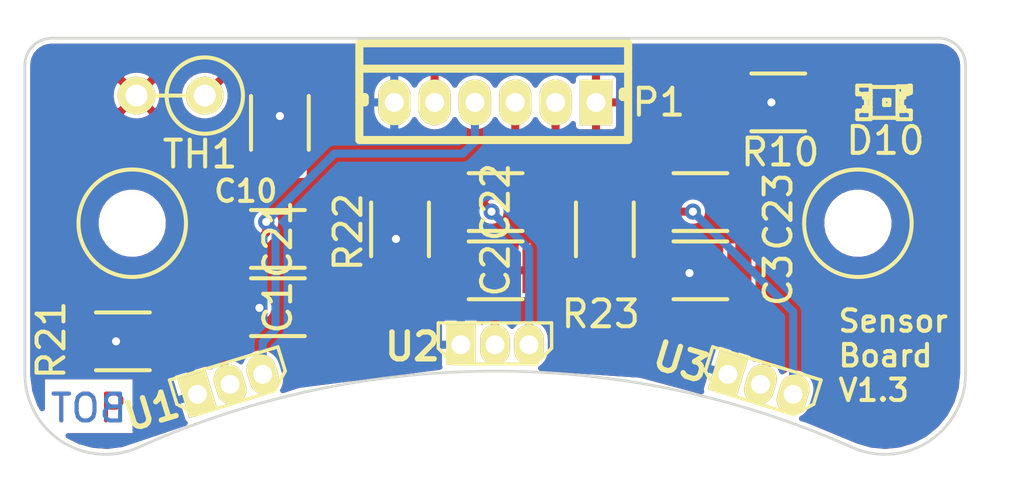
<source format=kicad_pcb>
(kicad_pcb (version 4) (host pcbnew "(after 2015-mar-04 BZR unknown)-product")

  (general
    (links 34)
    (no_connects 0)
    (area 121.142256 105.717381 174.538648 155.578529)
    (thickness 1.6)
    (drawings 15)
    (tracks 62)
    (zones 0)
    (modules 19)
    (nets 8)
  )

  (page A4)
  (layers
    (0 F.Cu signal)
    (31 B.Cu signal)
    (32 B.Adhes user hide)
    (33 F.Adhes user hide)
    (34 B.Paste user hide)
    (35 F.Paste user hide)
    (36 B.SilkS user hide)
    (37 F.SilkS user)
    (38 B.Mask user hide)
    (39 F.Mask user hide)
    (40 Dwgs.User user)
    (41 Cmts.User user)
    (42 Eco1.User user hide)
    (43 Eco2.User user hide)
    (44 Edge.Cuts user)
    (45 Margin user hide)
    (46 B.CrtYd user hide)
    (47 F.CrtYd user hide)
    (48 B.Fab user hide)
    (49 F.Fab user hide)
  )

  (setup
    (last_trace_width 0.15)
    (user_trace_width 0.15)
    (user_trace_width 0.2)
    (user_trace_width 0.25)
    (user_trace_width 0.3)
    (user_trace_width 0.4)
    (user_trace_width 0.5)
    (user_trace_width 0.7)
    (user_trace_width 1)
    (user_trace_width 1.5)
    (user_trace_width 2)
    (trace_clearance 0.15)
    (zone_clearance 0.15)
    (zone_45_only no)
    (trace_min 0.15)
    (segment_width 0.1)
    (edge_width 0.1)
    (via_size 0.6)
    (via_drill 0.3)
    (via_min_size 0.6)
    (via_min_drill 0.3)
    (user_via 0.6 0.3)
    (user_via 0.7 0.4)
    (user_via 0.8 0.5)
    (user_via 0.9 0.6)
    (user_via 1 0.7)
    (user_via 1.1 0.8)
    (user_via 1.2 0.9)
    (user_via 1.3 1)
    (uvia_size 0.6)
    (uvia_drill 0.3)
    (uvias_allowed no)
    (uvia_min_size 0.6)
    (uvia_min_drill 0.3)
    (pcb_text_width 0.3)
    (pcb_text_size 1.5 1.5)
    (mod_edge_width 0.3)
    (mod_text_size 1 1)
    (mod_text_width 0.15)
    (pad_size 2.2 2.2)
    (pad_drill 2.2)
    (pad_to_mask_clearance 0)
    (aux_axis_origin 134.62 127.0254)
    (grid_origin 134.62 127.0254)
    (visible_elements 7FFFFF7F)
    (pcbplotparams
      (layerselection 0x010e0_80000001)
      (usegerberextensions false)
      (excludeedgelayer true)
      (linewidth 0.100000)
      (plotframeref false)
      (viasonmask false)
      (mode 1)
      (useauxorigin false)
      (hpglpennumber 1)
      (hpglpenspeed 20)
      (hpglpendiameter 15)
      (hpglpenoverlay 2)
      (psnegative false)
      (psa4output false)
      (plotreference true)
      (plotvalue true)
      (plotinvisibletext false)
      (padsonsilk false)
      (subtractmaskfromsilk false)
      (outputformat 1)
      (mirror false)
      (drillshape 0)
      (scaleselection 1)
      (outputdirectory ""))
  )

  (net 0 "")
  (net 1 /Vcc)
  (net 2 GND)
  (net 3 /A)
  (net 4 /B)
  (net 5 /C)
  (net 6 "Net-(D10-Pad1)")
  (net 7 /Temp)

  (net_class Default "Dies ist die voreingestellte Netzklasse."
    (clearance 0.15)
    (trace_width 0.15)
    (via_dia 0.6)
    (via_drill 0.3)
    (uvia_dia 0.6)
    (uvia_drill 0.3)
  )

  (net_class 0,2 ""
    (clearance 0.15)
    (trace_width 0.2)
    (via_dia 0.6)
    (via_drill 0.3)
    (uvia_dia 0.6)
    (uvia_drill 0.3)
  )

  (net_class 0,25 ""
    (clearance 0.15)
    (trace_width 0.25)
    (via_dia 0.6)
    (via_drill 0.3)
    (uvia_dia 0.6)
    (uvia_drill 0.3)
  )

  (net_class 0,3 ""
    (clearance 0.15)
    (trace_width 0.3)
    (via_dia 0.6)
    (via_drill 0.3)
    (uvia_dia 0.6)
    (uvia_drill 0.3)
    (add_net /A)
    (add_net /B)
    (add_net /C)
    (add_net /Temp)
    (add_net GND)
    (add_net "Net-(D10-Pad1)")
  )

  (net_class 0,4 ""
    (clearance 0.15)
    (trace_width 0.4)
    (via_dia 0.6)
    (via_drill 0.3)
    (uvia_dia 0.6)
    (uvia_drill 0.3)
  )

  (net_class 0,5 ""
    (clearance 0.15)
    (trace_width 0.5)
    (via_dia 0.6)
    (via_drill 0.3)
    (uvia_dia 0.6)
    (uvia_drill 0.3)
    (add_net /Vcc)
  )

  (net_class 0,7 ""
    (clearance 0.15)
    (trace_width 0.7)
    (via_dia 0.6)
    (via_drill 0.3)
    (uvia_dia 0.6)
    (uvia_drill 0.3)
  )

  (net_class 1,0 ""
    (clearance 0.15)
    (trace_width 1)
    (via_dia 0.6)
    (via_drill 0.3)
    (uvia_dia 0.6)
    (uvia_drill 0.3)
  )

  (net_class 1,5 ""
    (clearance 0.15)
    (trace_width 1.5)
    (via_dia 0.6)
    (via_drill 0.3)
    (uvia_dia 0.6)
    (uvia_drill 0.3)
  )

  (net_class 2,0 ""
    (clearance 0.15)
    (trace_width 2)
    (via_dia 0.6)
    (via_drill 0.3)
    (uvia_dia 0.6)
    (uvia_drill 0.3)
  )

  (module Resistors_SMD:R_1206 (layer F.Cu) (tedit 551160D9) (tstamp 5513EF55)
    (at 139.192 121.92)
    (descr "Resistor SMD 1206, reflow soldering, Vishay (see dcrcw.pdf)")
    (tags "resistor 1206")
    (path /550ED88C)
    (attr smd)
    (fp_text reference R21 (at -2.667 -0.0508 90) (layer F.SilkS)
      (effects (font (size 1 1) (thickness 0.15)))
    )
    (fp_text value 10k (at -1.524 5.842) (layer F.Fab) hide
      (effects (font (size 1 1) (thickness 0.15)))
    )
    (fp_line (start -2.2 -1.2) (end 2.2 -1.2) (layer F.CrtYd) (width 0.05))
    (fp_line (start -2.2 1.2) (end 2.2 1.2) (layer F.CrtYd) (width 0.05))
    (fp_line (start -2.2 -1.2) (end -2.2 1.2) (layer F.CrtYd) (width 0.05))
    (fp_line (start 2.2 -1.2) (end 2.2 1.2) (layer F.CrtYd) (width 0.05))
    (fp_line (start 1 1.075) (end -1 1.075) (layer F.SilkS) (width 0.15))
    (fp_line (start -1 -1.075) (end 1 -1.075) (layer F.SilkS) (width 0.15))
    (pad 1 smd rect (at -1.45 0) (size 0.9 1.7) (layers F.Cu F.Paste F.Mask)
      (net 1 /Vcc))
    (pad 2 smd rect (at 1.45 0) (size 0.9 1.7) (layers F.Cu F.Paste F.Mask)
      (net 3 /A))
    (model Resistors_SMD.3dshapes/R_1206.wrl
      (at (xyz 0 0 0))
      (scale (xyz 1 1 1))
      (rotate (xyz 0 0 0))
    )
  )

  (module packages:MountingHole_3mm (layer F.Cu) (tedit 5543B0C5) (tstamp 55115ECA)
    (at 139.54 117.5258)
    (descr "Mounting hole, Befestigungsbohrung, 3mm, No Annular, Kein Restring,")
    (tags "Mounting hole, Befestigungsbohrung, 3mm, No Annular, Kein Restring,")
    (path /55114BC4)
    (fp_text reference H1 (at 0.127 -5.08) (layer F.SilkS) hide
      (effects (font (size 1 1) (thickness 0.15)))
    )
    (fp_text value 3mm (at -0.127 -3.048) (layer F.Fab) hide
      (effects (font (size 1 1) (thickness 0.15)))
    )
    (fp_circle (center 0 0) (end 2 0) (layer F.SilkS) (width 0.15))
    (pad "" np_thru_hole circle (at 0 0) (size 2.2 2.2) (drill 2.2) (layers *.Cu *.Mask F.SilkS))
  )

  (module Discret:R1 (layer F.Cu) (tedit 5513B614) (tstamp 5513B4B1)
    (at 140.97 112.776 180)
    (descr "Resistance verticale")
    (tags R)
    (path /5513B3EE)
    (fp_text reference TH1 (at -1.0922 -2.1844 360) (layer F.SilkS)
      (effects (font (size 1 1) (thickness 0.15)))
    )
    (fp_text value THERMISTOR (at -5.842 2.286 270) (layer F.Fab) hide
      (effects (font (size 1 1) (thickness 0.15)))
    )
    (fp_line (start -1.27 0) (end 1.27 0) (layer F.SilkS) (width 0.15))
    (fp_circle (center -1.27 0) (end -0.635 1.27) (layer F.SilkS) (width 0.15))
    (pad 1 thru_hole circle (at -1.27 0 180) (size 1.397 1.397) (drill 0.8128) (layers *.Cu *.Mask F.SilkS)
      (net 7 /Temp))
    (pad 2 thru_hole circle (at 1.27 0 180) (size 1.397 1.397) (drill 0.8128) (layers *.Cu *.Mask F.SilkS)
      (net 2 GND))
    (model Discret.3dshapes/R1.wrl
      (at (xyz 0 0 0))
      (scale (xyz 1 1 1))
      (rotate (xyz 0 0 0))
    )
  )

  (module Resistors_SMD:R_1206 (layer F.Cu) (tedit 551160A7) (tstamp 550EE342)
    (at 144.96 120.65)
    (descr "Resistor SMD 1206, reflow soldering, Vishay (see dcrcw.pdf)")
    (tags "resistor 1206")
    (path /550EC04E)
    (attr smd)
    (fp_text reference C1 (at 0 0 90) (layer F.SilkS)
      (effects (font (size 1 1) (thickness 0.15)))
    )
    (fp_text value 100nF (at -1.6764 7.4676) (layer F.Fab) hide
      (effects (font (size 1 1) (thickness 0.15)))
    )
    (fp_line (start -2.2 -1.2) (end 2.2 -1.2) (layer F.CrtYd) (width 0.05))
    (fp_line (start -2.2 1.2) (end 2.2 1.2) (layer F.CrtYd) (width 0.05))
    (fp_line (start -2.2 -1.2) (end -2.2 1.2) (layer F.CrtYd) (width 0.05))
    (fp_line (start 2.2 -1.2) (end 2.2 1.2) (layer F.CrtYd) (width 0.05))
    (fp_line (start 1 1.075) (end -1 1.075) (layer F.SilkS) (width 0.15))
    (fp_line (start -1 -1.075) (end 1 -1.075) (layer F.SilkS) (width 0.15))
    (pad 1 smd rect (at -1.45 0) (size 0.9 1.7) (layers F.Cu F.Paste F.Mask)
      (net 1 /Vcc))
    (pad 2 smd rect (at 1.45 0) (size 0.9 1.7) (layers F.Cu F.Paste F.Mask)
      (net 2 GND))
    (model Capacitors_SMD.3dshapes/C_1206.wrl
      (at (xyz 0 0 0))
      (scale (xyz 1 1 1))
      (rotate (xyz 0 0 0))
    )
  )

  (module Resistors_SMD:R_1206 (layer F.Cu) (tedit 5513B8D6) (tstamp 550FD1C8)
    (at 145.034 113.792 270)
    (descr "Resistor SMD 1206, reflow soldering, Vishay (see dcrcw.pdf)")
    (tags "resistor 1206")
    (path /550EBFC1)
    (attr smd)
    (fp_text reference C10 (at 2.54 1.27 360) (layer F.SilkS)
      (effects (font (size 0.8 0.8) (thickness 0.15)))
    )
    (fp_text value 1uF (at -1.4224 11.0236 270) (layer F.Fab) hide
      (effects (font (size 1 1) (thickness 0.15)))
    )
    (fp_line (start -2.2 -1.2) (end 2.2 -1.2) (layer F.CrtYd) (width 0.05))
    (fp_line (start -2.2 1.2) (end 2.2 1.2) (layer F.CrtYd) (width 0.05))
    (fp_line (start -2.2 -1.2) (end -2.2 1.2) (layer F.CrtYd) (width 0.05))
    (fp_line (start 2.2 -1.2) (end 2.2 1.2) (layer F.CrtYd) (width 0.05))
    (fp_line (start 1 1.075) (end -1 1.075) (layer F.SilkS) (width 0.15))
    (fp_line (start -1 -1.075) (end 1 -1.075) (layer F.SilkS) (width 0.15))
    (pad 1 smd rect (at -1.45 0 270) (size 0.9 1.7) (layers F.Cu F.Paste F.Mask)
      (net 1 /Vcc))
    (pad 2 smd rect (at 1.45 0 270) (size 0.9 1.7) (layers F.Cu F.Paste F.Mask)
      (net 2 GND))
    (model Capacitors_SMD.3dshapes/C_1206.wrl
      (at (xyz 0 0 0))
      (scale (xyz 1 1 1))
      (rotate (xyz 0 0 0))
    )
  )

  (module Resistors_SMD:R_1206 (layer F.Cu) (tedit 551160AC) (tstamp 550EF71C)
    (at 144.96 118.11)
    (descr "Resistor SMD 1206, reflow soldering, Vishay (see dcrcw.pdf)")
    (tags "resistor 1206")
    (path /550EDF31)
    (attr smd)
    (fp_text reference C21 (at 0 0 90) (layer F.SilkS)
      (effects (font (size 1 1) (thickness 0.15)))
    )
    (fp_text value 680pF (at 6.7056 7.4676) (layer F.Fab) hide
      (effects (font (size 1 1) (thickness 0.15)))
    )
    (fp_line (start -2.2 -1.2) (end 2.2 -1.2) (layer F.CrtYd) (width 0.05))
    (fp_line (start -2.2 1.2) (end 2.2 1.2) (layer F.CrtYd) (width 0.05))
    (fp_line (start -2.2 -1.2) (end -2.2 1.2) (layer F.CrtYd) (width 0.05))
    (fp_line (start 2.2 -1.2) (end 2.2 1.2) (layer F.CrtYd) (width 0.05))
    (fp_line (start 1 1.075) (end -1 1.075) (layer F.SilkS) (width 0.15))
    (fp_line (start -1 -1.075) (end 1 -1.075) (layer F.SilkS) (width 0.15))
    (pad 1 smd rect (at -1.45 0) (size 0.9 1.7) (layers F.Cu F.Paste F.Mask)
      (net 3 /A))
    (pad 2 smd rect (at 1.45 0) (size 0.9 1.7) (layers F.Cu F.Paste F.Mask)
      (net 2 GND))
    (model Capacitors_SMD.3dshapes/C_1206.wrl
      (at (xyz 0 0 0))
      (scale (xyz 1 1 1))
      (rotate (xyz 0 0 0))
    )
  )

  (module packages:P-SSO-3-2 (layer F.Cu) (tedit 553FB1A2) (tstamp 550EDC9A)
    (at 143.1798 123.5202 107)
    (path /550EBD66)
    (fp_text reference U1 (at -0.071589 -3.06952 197) (layer F.SilkS)
      (effects (font (size 1 1) (thickness 0.2)))
    )
    (fp_text value DRV5013AD (at -1.481375 -14.491597 107) (layer F.SilkS) hide
      (effects (font (thickness 0.3048)))
    )
    (fp_line (start -0.7112 -1.524) (end -0.7112 1.524) (layer F.SilkS) (width 0.127))
    (fp_line (start -0.127 -2.1082) (end 0.8128 -2.1082) (layer F.SilkS) (width 0.127))
    (fp_line (start 0.8128 2.1082) (end 0.8128 -2.1082) (layer F.SilkS) (width 0.127))
    (fp_line (start -0.127 2.1082) (end 0.8128 2.1082) (layer F.SilkS) (width 0.127))
    (fp_line (start -0.127 2.1082) (end -0.7112 1.524) (layer F.SilkS) (width 0.127))
    (fp_line (start -0.127 -2.1082) (end -0.7112 -1.524) (layer F.SilkS) (width 0.127))
    (pad 1 thru_hole rect (at 0 -1.27 107) (size 1.5 1.1) (drill 0.7) (layers *.Cu *.Mask F.SilkS)
      (net 1 /Vcc))
    (pad 2 thru_hole oval (at 0 0 107) (size 1.5 1.1) (drill 0.7) (layers *.Cu *.Mask F.SilkS)
      (net 2 GND))
    (pad 3 thru_hole oval (at 0 1.27 107) (size 1.5 1.1) (drill 0.7) (layers *.Cu *.Mask F.SilkS)
      (net 3 /A))
    (model C:/Users/Laptop-02/Documents/KiCad/Lib/packages3d/P-SSO-3-2.wrl
      (at (xyz 0 0 0))
      (scale (xyz 1 1 1))
      (rotate (xyz 0 0 0))
    )
  )

  (module Resistors_SMD:R_1206 (layer F.Cu) (tedit 55116061) (tstamp 550EF3CA)
    (at 160.6804 119.2784)
    (descr "Resistor SMD 1206, reflow soldering, Vishay (see dcrcw.pdf)")
    (tags "resistor 1206")
    (path /550EC10B)
    (attr smd)
    (fp_text reference C3 (at 2.8956 0.3556 90) (layer F.SilkS)
      (effects (font (size 1 1) (thickness 0.15)))
    )
    (fp_text value 100nF (at 0.1016 7.7216 90) (layer F.Fab) hide
      (effects (font (size 1 1) (thickness 0.15)))
    )
    (fp_line (start -2.2 -1.2) (end 2.2 -1.2) (layer F.CrtYd) (width 0.05))
    (fp_line (start -2.2 1.2) (end 2.2 1.2) (layer F.CrtYd) (width 0.05))
    (fp_line (start -2.2 -1.2) (end -2.2 1.2) (layer F.CrtYd) (width 0.05))
    (fp_line (start 2.2 -1.2) (end 2.2 1.2) (layer F.CrtYd) (width 0.05))
    (fp_line (start 1 1.075) (end -1 1.075) (layer F.SilkS) (width 0.15))
    (fp_line (start -1 -1.075) (end 1 -1.075) (layer F.SilkS) (width 0.15))
    (pad 1 smd rect (at -1.45 0) (size 0.9 1.7) (layers F.Cu F.Paste F.Mask)
      (net 1 /Vcc))
    (pad 2 smd rect (at 1.45 0) (size 0.9 1.7) (layers F.Cu F.Paste F.Mask)
      (net 2 GND))
    (model Capacitors_SMD.3dshapes/C_1206.wrl
      (at (xyz 0 0 0))
      (scale (xyz 1 1 1))
      (rotate (xyz 0 0 0))
    )
  )

  (module Resistors_SMD:R_1206 (layer F.Cu) (tedit 55116053) (tstamp 550EF3E4)
    (at 160.6804 116.7384)
    (descr "Resistor SMD 1206, reflow soldering, Vishay (see dcrcw.pdf)")
    (tags "resistor 1206")
    (path /550EE1A8)
    (attr smd)
    (fp_text reference C23 (at 2.8956 0.3556 90) (layer F.SilkS)
      (effects (font (size 1 1) (thickness 0.15)))
    )
    (fp_text value 680pF (at -11.3284 11.7856) (layer F.Fab) hide
      (effects (font (size 1 1) (thickness 0.15)))
    )
    (fp_line (start -2.2 -1.2) (end 2.2 -1.2) (layer F.CrtYd) (width 0.05))
    (fp_line (start -2.2 1.2) (end 2.2 1.2) (layer F.CrtYd) (width 0.05))
    (fp_line (start -2.2 -1.2) (end -2.2 1.2) (layer F.CrtYd) (width 0.05))
    (fp_line (start 2.2 -1.2) (end 2.2 1.2) (layer F.CrtYd) (width 0.05))
    (fp_line (start 1 1.075) (end -1 1.075) (layer F.SilkS) (width 0.15))
    (fp_line (start -1 -1.075) (end 1 -1.075) (layer F.SilkS) (width 0.15))
    (pad 1 smd rect (at -1.45 0) (size 0.9 1.7) (layers F.Cu F.Paste F.Mask)
      (net 5 /C))
    (pad 2 smd rect (at 1.45 0) (size 0.9 1.7) (layers F.Cu F.Paste F.Mask)
      (net 2 GND))
    (model Capacitors_SMD.3dshapes/C_1206.wrl
      (at (xyz 0 0 0))
      (scale (xyz 1 1 1))
      (rotate (xyz 0 0 0))
    )
  )

  (module LEDs:LED-0805 (layer F.Cu) (tedit 55141585) (tstamp 5513D079)
    (at 167.513 113.03)
    (descr "LED 0805 smd package")
    (tags "LED 0805 SMD")
    (path /550EB7C7)
    (attr smd)
    (fp_text reference D10 (at 0.0508 1.4224) (layer F.SilkS)
      (effects (font (size 1 1) (thickness 0.15)))
    )
    (fp_text value blau (at 5.1816 1.6764) (layer F.Fab) hide
      (effects (font (size 1 1) (thickness 0.15)))
    )
    (fp_line (start 0.49784 0.29972) (end 0.49784 0.62484) (layer F.SilkS) (width 0.15))
    (fp_line (start 0.49784 0.62484) (end 0.99822 0.62484) (layer F.SilkS) (width 0.15))
    (fp_line (start 0.99822 0.29972) (end 0.99822 0.62484) (layer F.SilkS) (width 0.15))
    (fp_line (start 0.49784 0.29972) (end 0.99822 0.29972) (layer F.SilkS) (width 0.15))
    (fp_line (start 0.49784 -0.32258) (end 0.49784 -0.17272) (layer F.SilkS) (width 0.15))
    (fp_line (start 0.49784 -0.17272) (end 0.7493 -0.17272) (layer F.SilkS) (width 0.15))
    (fp_line (start 0.7493 -0.32258) (end 0.7493 -0.17272) (layer F.SilkS) (width 0.15))
    (fp_line (start 0.49784 -0.32258) (end 0.7493 -0.32258) (layer F.SilkS) (width 0.15))
    (fp_line (start 0.49784 0.17272) (end 0.49784 0.32258) (layer F.SilkS) (width 0.15))
    (fp_line (start 0.49784 0.32258) (end 0.7493 0.32258) (layer F.SilkS) (width 0.15))
    (fp_line (start 0.7493 0.17272) (end 0.7493 0.32258) (layer F.SilkS) (width 0.15))
    (fp_line (start 0.49784 0.17272) (end 0.7493 0.17272) (layer F.SilkS) (width 0.15))
    (fp_line (start 0.49784 -0.19812) (end 0.49784 0.19812) (layer F.SilkS) (width 0.15))
    (fp_line (start 0.49784 0.19812) (end 0.6731 0.19812) (layer F.SilkS) (width 0.15))
    (fp_line (start 0.6731 -0.19812) (end 0.6731 0.19812) (layer F.SilkS) (width 0.15))
    (fp_line (start 0.49784 -0.19812) (end 0.6731 -0.19812) (layer F.SilkS) (width 0.15))
    (fp_line (start -0.99822 0.29972) (end -0.99822 0.62484) (layer F.SilkS) (width 0.15))
    (fp_line (start -0.99822 0.62484) (end -0.49784 0.62484) (layer F.SilkS) (width 0.15))
    (fp_line (start -0.49784 0.29972) (end -0.49784 0.62484) (layer F.SilkS) (width 0.15))
    (fp_line (start -0.99822 0.29972) (end -0.49784 0.29972) (layer F.SilkS) (width 0.15))
    (fp_line (start -0.99822 -0.62484) (end -0.99822 -0.29972) (layer F.SilkS) (width 0.15))
    (fp_line (start -0.99822 -0.29972) (end -0.49784 -0.29972) (layer F.SilkS) (width 0.15))
    (fp_line (start -0.49784 -0.62484) (end -0.49784 -0.29972) (layer F.SilkS) (width 0.15))
    (fp_line (start -0.99822 -0.62484) (end -0.49784 -0.62484) (layer F.SilkS) (width 0.15))
    (fp_line (start -0.7493 0.17272) (end -0.7493 0.32258) (layer F.SilkS) (width 0.15))
    (fp_line (start -0.7493 0.32258) (end -0.49784 0.32258) (layer F.SilkS) (width 0.15))
    (fp_line (start -0.49784 0.17272) (end -0.49784 0.32258) (layer F.SilkS) (width 0.15))
    (fp_line (start -0.7493 0.17272) (end -0.49784 0.17272) (layer F.SilkS) (width 0.15))
    (fp_line (start -0.7493 -0.32258) (end -0.7493 -0.17272) (layer F.SilkS) (width 0.15))
    (fp_line (start -0.7493 -0.17272) (end -0.49784 -0.17272) (layer F.SilkS) (width 0.15))
    (fp_line (start -0.49784 -0.32258) (end -0.49784 -0.17272) (layer F.SilkS) (width 0.15))
    (fp_line (start -0.7493 -0.32258) (end -0.49784 -0.32258) (layer F.SilkS) (width 0.15))
    (fp_line (start -0.6731 -0.19812) (end -0.6731 0.19812) (layer F.SilkS) (width 0.15))
    (fp_line (start -0.6731 0.19812) (end -0.49784 0.19812) (layer F.SilkS) (width 0.15))
    (fp_line (start -0.49784 -0.19812) (end -0.49784 0.19812) (layer F.SilkS) (width 0.15))
    (fp_line (start -0.6731 -0.19812) (end -0.49784 -0.19812) (layer F.SilkS) (width 0.15))
    (fp_line (start 0 -0.09906) (end 0 0.09906) (layer F.SilkS) (width 0.15))
    (fp_line (start 0 0.09906) (end 0.19812 0.09906) (layer F.SilkS) (width 0.15))
    (fp_line (start 0.19812 -0.09906) (end 0.19812 0.09906) (layer F.SilkS) (width 0.15))
    (fp_line (start 0 -0.09906) (end 0.19812 -0.09906) (layer F.SilkS) (width 0.15))
    (fp_line (start 0.49784 -0.59944) (end 0.49784 -0.29972) (layer F.SilkS) (width 0.15))
    (fp_line (start 0.49784 -0.29972) (end 0.79756 -0.29972) (layer F.SilkS) (width 0.15))
    (fp_line (start 0.79756 -0.59944) (end 0.79756 -0.29972) (layer F.SilkS) (width 0.15))
    (fp_line (start 0.49784 -0.59944) (end 0.79756 -0.59944) (layer F.SilkS) (width 0.15))
    (fp_line (start 0.92456 -0.62484) (end 0.92456 -0.39878) (layer F.SilkS) (width 0.15))
    (fp_line (start 0.92456 -0.39878) (end 0.99822 -0.39878) (layer F.SilkS) (width 0.15))
    (fp_line (start 0.99822 -0.62484) (end 0.99822 -0.39878) (layer F.SilkS) (width 0.15))
    (fp_line (start 0.92456 -0.62484) (end 0.99822 -0.62484) (layer F.SilkS) (width 0.15))
    (fp_line (start 0.52324 0.57404) (end -0.52324 0.57404) (layer F.SilkS) (width 0.15))
    (fp_line (start -0.49784 -0.57404) (end 0.92456 -0.57404) (layer F.SilkS) (width 0.15))
    (fp_circle (center 0.84836 -0.44958) (end 0.89916 -0.50038) (layer F.SilkS) (width 0.15))
    (fp_arc (start 0.99822 0) (end 0.99822 0.34798) (angle 180) (layer F.SilkS) (width 0.15))
    (fp_arc (start -0.99822 0) (end -0.99822 -0.34798) (angle 180) (layer F.SilkS) (width 0.15))
    (pad 1 smd rect (at -1.04902 0) (size 1.19888 1.19888) (layers F.Cu F.Paste F.Mask)
      (net 6 "Net-(D10-Pad1)"))
    (pad 2 smd rect (at 1.04902 0) (size 1.19888 1.19888) (layers F.Cu F.Paste F.Mask)
      (net 2 GND))
    (model C:/Users/Laptop-02/Documents/KiCad/Lib/packages3d/led_blue_0805.wrl
      (at (xyz 0 0 0))
      (scale (xyz 0.3937 0.3937 0.3937))
      (rotate (xyz -90 0 90))
    )
  )

  (module Resistors_SMD:R_1206 (layer F.Cu) (tedit 55141587) (tstamp 550EF6CA)
    (at 163.576 113.03)
    (descr "Resistor SMD 1206, reflow soldering, Vishay (see dcrcw.pdf)")
    (tags "resistor 1206")
    (path /550EAAEC)
    (attr smd)
    (fp_text reference R10 (at 0.0762 1.8542 180) (layer F.SilkS)
      (effects (font (size 1 1) (thickness 0.15)))
    )
    (fp_text value 220 (at 0.8636 13.5636 90) (layer F.Fab) hide
      (effects (font (size 1 1) (thickness 0.15)))
    )
    (fp_line (start -2.2 -1.2) (end 2.2 -1.2) (layer F.CrtYd) (width 0.05))
    (fp_line (start -2.2 1.2) (end 2.2 1.2) (layer F.CrtYd) (width 0.05))
    (fp_line (start -2.2 -1.2) (end -2.2 1.2) (layer F.CrtYd) (width 0.05))
    (fp_line (start 2.2 -1.2) (end 2.2 1.2) (layer F.CrtYd) (width 0.05))
    (fp_line (start 1 1.075) (end -1 1.075) (layer F.SilkS) (width 0.15))
    (fp_line (start -1 -1.075) (end 1 -1.075) (layer F.SilkS) (width 0.15))
    (pad 1 smd rect (at -1.45 0) (size 0.9 1.7) (layers F.Cu F.Paste F.Mask)
      (net 1 /Vcc))
    (pad 2 smd rect (at 1.45 0) (size 0.9 1.7) (layers F.Cu F.Paste F.Mask)
      (net 6 "Net-(D10-Pad1)"))
    (model Resistors_SMD.3dshapes/R_1206.wrl
      (at (xyz 0 0 0))
      (scale (xyz 1 1 1))
      (rotate (xyz 0 0 0))
    )
  )

  (module packages:P-SSO-3-2 (layer F.Cu) (tedit 553FB1A2) (tstamp 55105487)
    (at 162.9156 123.5202 73)
    (path /550EC77C)
    (fp_text reference U3 (at -0.071589 -3.06952 163) (layer F.SilkS)
      (effects (font (size 1 1) (thickness 0.2)))
    )
    (fp_text value DRV5013AD (at -14.013192 -28.199315 73) (layer F.SilkS) hide
      (effects (font (thickness 0.3048)))
    )
    (fp_line (start -0.7112 -1.524) (end -0.7112 1.524) (layer F.SilkS) (width 0.127))
    (fp_line (start -0.127 -2.1082) (end 0.8128 -2.1082) (layer F.SilkS) (width 0.127))
    (fp_line (start 0.8128 2.1082) (end 0.8128 -2.1082) (layer F.SilkS) (width 0.127))
    (fp_line (start -0.127 2.1082) (end 0.8128 2.1082) (layer F.SilkS) (width 0.127))
    (fp_line (start -0.127 2.1082) (end -0.7112 1.524) (layer F.SilkS) (width 0.127))
    (fp_line (start -0.127 -2.1082) (end -0.7112 -1.524) (layer F.SilkS) (width 0.127))
    (pad 1 thru_hole rect (at 0 -1.27 73) (size 1.5 1.1) (drill 0.7) (layers *.Cu *.Mask F.SilkS)
      (net 1 /Vcc))
    (pad 2 thru_hole oval (at 0 0 73) (size 1.5 1.1) (drill 0.7) (layers *.Cu *.Mask F.SilkS)
      (net 2 GND))
    (pad 3 thru_hole oval (at 0 1.27 73) (size 1.5 1.1) (drill 0.7) (layers *.Cu *.Mask F.SilkS)
      (net 5 /C))
    (model C:/Users/Laptop-02/Documents/KiCad/Lib/packages3d/P-SSO-3-2.wrl
      (at (xyz 0 0 0))
      (scale (xyz 1 1 1))
      (rotate (xyz 0 0 0))
    )
  )

  (module Resistors_SMD:R_1206 (layer F.Cu) (tedit 551160A3) (tstamp 550EDEBB)
    (at 149.5044 117.7544 90)
    (descr "Resistor SMD 1206, reflow soldering, Vishay (see dcrcw.pdf)")
    (tags "resistor 1206")
    (path /550EDA9B)
    (attr smd)
    (fp_text reference R22 (at -0.1016 -1.9304 90) (layer F.SilkS)
      (effects (font (size 1 1) (thickness 0.15)))
    )
    (fp_text value 10k (at -7.9756 -2.1844 90) (layer F.Fab) hide
      (effects (font (size 1 1) (thickness 0.15)))
    )
    (fp_line (start -2.2 -1.2) (end 2.2 -1.2) (layer F.CrtYd) (width 0.05))
    (fp_line (start -2.2 1.2) (end 2.2 1.2) (layer F.CrtYd) (width 0.05))
    (fp_line (start -2.2 -1.2) (end -2.2 1.2) (layer F.CrtYd) (width 0.05))
    (fp_line (start 2.2 -1.2) (end 2.2 1.2) (layer F.CrtYd) (width 0.05))
    (fp_line (start 1 1.075) (end -1 1.075) (layer F.SilkS) (width 0.15))
    (fp_line (start -1 -1.075) (end 1 -1.075) (layer F.SilkS) (width 0.15))
    (pad 1 smd rect (at -1.45 0 90) (size 0.9 1.7) (layers F.Cu F.Paste F.Mask)
      (net 1 /Vcc))
    (pad 2 smd rect (at 1.45 0 90) (size 0.9 1.7) (layers F.Cu F.Paste F.Mask)
      (net 4 /B))
    (model Resistors_SMD.3dshapes/R_1206.wrl
      (at (xyz 0 0 0))
      (scale (xyz 1 1 1))
      (rotate (xyz 0 0 0))
    )
  )

  (module w_rf_modules:B6B-ZR (layer F.Cu) (tedit 5524FB61) (tstamp 55115E9D)
    (at 153.035 113.03 180)
    (descr "JST ZR series connector, B6B-ZR")
    (path /5513B090)
    (fp_text reference P1 (at -6.096 0 180) (layer F.SilkS)
      (effects (font (size 1 1) (thickness 0.15)))
    )
    (fp_text value CONN_01X06 (at 0.762 5.334 180) (layer F.SilkS) hide
      (effects (font (thickness 0.3048)))
    )
    (fp_line (start 5.044 0) (end 4.844 0) (layer F.SilkS) (width 0.3))
    (fp_line (start 4.844 0) (end 4.844 0.2) (layer F.SilkS) (width 0.3))
    (fp_line (start 4.844 0.2) (end 5.044 0.2) (layer F.SilkS) (width 0.3))
    (fp_line (start -4.956 0.2) (end -4.756 0.2) (layer F.SilkS) (width 0.3))
    (fp_line (start -4.756 0.2) (end -4.756 0.4) (layer F.SilkS) (width 0.3))
    (fp_line (start -4.756 0.4) (end -4.956 0.4) (layer F.SilkS) (width 0.3))
    (fp_line (start -4.956 1.254) (end 5.044 1.254) (layer F.SilkS) (width 0.3))
    (fp_line (start -4.956 -1.4) (end 5.044 -1.4) (layer F.SilkS) (width 0.3))
    (fp_line (start 5.044 -1.4) (end 5.044 2.2) (layer F.SilkS) (width 0.3))
    (fp_line (start 5.044 2.2) (end -4.956 2.2) (layer F.SilkS) (width 0.3))
    (fp_line (start -4.956 2.2) (end -4.956 -1.4) (layer F.SilkS) (width 0.3))
    (pad 1 thru_hole rect (at -3.7598 0 180) (size 1.19888 1.69926) (drill 0.70104) (layers *.Cu *.Mask F.SilkS)
      (net 2 GND))
    (pad 3 thru_hole oval (at -0.756 0 180) (size 1.19888 1.69926) (drill 0.70104) (layers *.Cu *.Mask F.SilkS)
      (net 4 /B))
    (pad 2 thru_hole oval (at -2.256 0 180) (size 1.19888 1.69926) (drill 0.70104) (layers *.Cu *.Mask F.SilkS)
      (net 5 /C))
    (pad 4 thru_hole oval (at 0.744 0 180) (size 1.19888 1.69926) (drill 0.70104) (layers *.Cu *.Mask F.SilkS)
      (net 3 /A))
    (pad 5 thru_hole oval (at 2.244 0 180) (size 1.19888 1.69926) (drill 0.70104) (layers *.Cu *.Mask F.SilkS)
      (net 7 /Temp))
    (pad 6 thru_hole oval (at 3.744 0 180) (size 1.19888 1.69926) (drill 0.70104) (layers *.Cu *.Mask F.SilkS)
      (net 1 /Vcc))
    (model C:/Users/Laptop-02/Documents/KiCad/Lib/packages3d/B6B-ZR.wrl
      (at (xyz 0 0.054 0))
      (scale (xyz 0.3937 0.3937 0.3937))
      (rotate (xyz -90 0 180))
    )
  )

  (module Resistors_SMD:R_1206 (layer F.Cu) (tedit 55116079) (tstamp 550EF3D7)
    (at 157.1244 117.7544 90)
    (descr "Resistor SMD 1206, reflow soldering, Vishay (see dcrcw.pdf)")
    (tags "resistor 1206")
    (path /550EDAE4)
    (attr smd)
    (fp_text reference R23 (at -3.1496 -0.1524 180) (layer F.SilkS)
      (effects (font (size 1 1) (thickness 0.15)))
    )
    (fp_text value 10k (at -11.0236 -1.1684 180) (layer F.Fab) hide
      (effects (font (size 1 1) (thickness 0.15)))
    )
    (fp_line (start -2.2 -1.2) (end 2.2 -1.2) (layer F.CrtYd) (width 0.05))
    (fp_line (start -2.2 1.2) (end 2.2 1.2) (layer F.CrtYd) (width 0.05))
    (fp_line (start -2.2 -1.2) (end -2.2 1.2) (layer F.CrtYd) (width 0.05))
    (fp_line (start 2.2 -1.2) (end 2.2 1.2) (layer F.CrtYd) (width 0.05))
    (fp_line (start 1 1.075) (end -1 1.075) (layer F.SilkS) (width 0.15))
    (fp_line (start -1 -1.075) (end 1 -1.075) (layer F.SilkS) (width 0.15))
    (pad 1 smd rect (at -1.45 0 90) (size 0.9 1.7) (layers F.Cu F.Paste F.Mask)
      (net 1 /Vcc))
    (pad 2 smd rect (at 1.45 0 90) (size 0.9 1.7) (layers F.Cu F.Paste F.Mask)
      (net 5 /C))
    (model Resistors_SMD.3dshapes/R_1206.wrl
      (at (xyz 0 0 0))
      (scale (xyz 1 1 1))
      (rotate (xyz 0 0 0))
    )
  )

  (module Resistors_SMD:R_1206 (layer F.Cu) (tedit 55116077) (tstamp 550EE955)
    (at 153.0604 119.2784)
    (descr "Resistor SMD 1206, reflow soldering, Vishay (see dcrcw.pdf)")
    (tags "resistor 1206")
    (path /550EC0E2)
    (attr smd)
    (fp_text reference C2 (at 0 0 90) (layer F.SilkS)
      (effects (font (size 1 1) (thickness 0.15)))
    )
    (fp_text value 100nF (at 3.4036 8.2296) (layer F.Fab) hide
      (effects (font (size 1 1) (thickness 0.15)))
    )
    (fp_line (start -2.2 -1.2) (end 2.2 -1.2) (layer F.CrtYd) (width 0.05))
    (fp_line (start -2.2 1.2) (end 2.2 1.2) (layer F.CrtYd) (width 0.05))
    (fp_line (start -2.2 -1.2) (end -2.2 1.2) (layer F.CrtYd) (width 0.05))
    (fp_line (start 2.2 -1.2) (end 2.2 1.2) (layer F.CrtYd) (width 0.05))
    (fp_line (start 1 1.075) (end -1 1.075) (layer F.SilkS) (width 0.15))
    (fp_line (start -1 -1.075) (end 1 -1.075) (layer F.SilkS) (width 0.15))
    (pad 1 smd rect (at -1.45 0) (size 0.9 1.7) (layers F.Cu F.Paste F.Mask)
      (net 1 /Vcc))
    (pad 2 smd rect (at 1.45 0) (size 0.9 1.7) (layers F.Cu F.Paste F.Mask)
      (net 2 GND))
    (model Capacitors_SMD.3dshapes/C_1206.wrl
      (at (xyz 0 0 0))
      (scale (xyz 1 1 1))
      (rotate (xyz 0 0 0))
    )
  )

  (module Resistors_SMD:R_1206 (layer F.Cu) (tedit 55116074) (tstamp 550ECBAA)
    (at 153.0604 116.7384)
    (descr "Resistor SMD 1206, reflow soldering, Vishay (see dcrcw.pdf)")
    (tags "resistor 1206")
    (path /550EE154)
    (attr smd)
    (fp_text reference C22 (at 0 0 90) (layer F.SilkS)
      (effects (font (size 1 1) (thickness 0.15)))
    )
    (fp_text value 680pF (at 3.6576 8.2296) (layer F.Fab) hide
      (effects (font (size 1 1) (thickness 0.15)))
    )
    (fp_line (start -2.2 -1.2) (end 2.2 -1.2) (layer F.CrtYd) (width 0.05))
    (fp_line (start -2.2 1.2) (end 2.2 1.2) (layer F.CrtYd) (width 0.05))
    (fp_line (start -2.2 -1.2) (end -2.2 1.2) (layer F.CrtYd) (width 0.05))
    (fp_line (start 2.2 -1.2) (end 2.2 1.2) (layer F.CrtYd) (width 0.05))
    (fp_line (start 1 1.075) (end -1 1.075) (layer F.SilkS) (width 0.15))
    (fp_line (start -1 -1.075) (end 1 -1.075) (layer F.SilkS) (width 0.15))
    (pad 1 smd rect (at -1.45 0) (size 0.9 1.7) (layers F.Cu F.Paste F.Mask)
      (net 4 /B))
    (pad 2 smd rect (at 1.45 0) (size 0.9 1.7) (layers F.Cu F.Paste F.Mask)
      (net 2 GND))
    (model Capacitors_SMD.3dshapes/C_1206.wrl
      (at (xyz 0 0 0))
      (scale (xyz 1 1 1))
      (rotate (xyz 0 0 0))
    )
  )

  (module packages:P-SSO-3-2 (layer F.Cu) (tedit 553FB1A2) (tstamp 550EDCCB)
    (at 153.035 122.047 90)
    (path /550EC74B)
    (fp_text reference U2 (at -0.071589 -3.06952 180) (layer F.SilkS)
      (effects (font (size 1 1) (thickness 0.2)))
    )
    (fp_text value DRV5013AD (at -7.4168 -25.0952 90) (layer F.SilkS) hide
      (effects (font (thickness 0.3048)))
    )
    (fp_line (start -0.7112 -1.524) (end -0.7112 1.524) (layer F.SilkS) (width 0.127))
    (fp_line (start -0.127 -2.1082) (end 0.8128 -2.1082) (layer F.SilkS) (width 0.127))
    (fp_line (start 0.8128 2.1082) (end 0.8128 -2.1082) (layer F.SilkS) (width 0.127))
    (fp_line (start -0.127 2.1082) (end 0.8128 2.1082) (layer F.SilkS) (width 0.127))
    (fp_line (start -0.127 2.1082) (end -0.7112 1.524) (layer F.SilkS) (width 0.127))
    (fp_line (start -0.127 -2.1082) (end -0.7112 -1.524) (layer F.SilkS) (width 0.127))
    (pad 1 thru_hole rect (at 0 -1.27 90) (size 1.5 1.1) (drill 0.7) (layers *.Cu *.Mask F.SilkS)
      (net 1 /Vcc))
    (pad 2 thru_hole oval (at 0 0 90) (size 1.5 1.1) (drill 0.7) (layers *.Cu *.Mask F.SilkS)
      (net 2 GND))
    (pad 3 thru_hole oval (at 0 1.27 90) (size 1.5 1.1) (drill 0.7) (layers *.Cu *.Mask F.SilkS)
      (net 4 /B))
    (model C:/Users/Laptop-02/Documents/KiCad/Lib/packages3d/P-SSO-3-2.wrl
      (at (xyz 0 0 0))
      (scale (xyz 1 1 1))
      (rotate (xyz 0 0 0))
    )
  )

  (module packages:MountingHole_2mm (layer F.Cu) (tedit 5543B0C5) (tstamp 55114BCF)
    (at 166.54 117.5258)
    (descr "Mounting hole, Befestigungsbohrung, 3mm, No Annular, Kein Restring,")
    (tags "Mounting hole, Befestigungsbohrung, 3mm, No Annular, Kein Restring,")
    (path /55114C71)
    (fp_text reference H2 (at 0.127 -5.08) (layer F.SilkS) hide
      (effects (font (size 1 1) (thickness 0.15)))
    )
    (fp_text value 3mm (at -0.127 -3.048) (layer F.Fab) hide
      (effects (font (size 1 1) (thickness 0.15)))
    )
    (fp_circle (center 0 0) (end 2 0) (layer F.SilkS) (width 0.15))
    (pad "" np_thru_hole circle (at 0 0) (size 2.2 2.2) (drill 2.2) (layers *.Cu *.Mask F.SilkS))
  )

  (gr_line (start 153.045 125.285155) (end 153.045 110) (layer Dwgs.User) (width 0.1))
  (gr_arc (start 153.045 155.528528) (end 168.681004 125.901423) (angle -55.6) (layer Dwgs.User) (width 0.1))
  (gr_arc (start 138.545 123.124825) (end 135.545 123.124825) (angle -114.1075476) (layer Edge.Cuts) (width 0.1))
  (gr_line (start 170.545 123.124825) (end 170.545 111.6424) (layer Edge.Cuts) (width 0.1))
  (gr_arc (start 167.545 123.124825) (end 166.319648 125.863166) (angle -114.1075476) (layer Edge.Cuts) (width 0.1))
  (gr_arc (start 153.045 155.528528) (end 166.319648 125.863166) (angle -48.21509511) (layer Edge.Cuts) (width 0.1))
  (gr_arc (start 136.545 111.6424) (end 136.545 110.6424) (angle -90) (layer Edge.Cuts) (width 0.1))
  (gr_line (start 135.545 123.124825) (end 135.545 111.6424) (layer Edge.Cuts) (width 0.1))
  (gr_arc (start 169.545 111.6424) (end 170.545 111.6424) (angle -90) (layer Edge.Cuts) (width 0.1))
  (gr_line (start 162.015454 126.441882) (end 164.135425 119.567889) (layer Dwgs.User) (width 0.1))
  (gr_line (start 143.930033 125.973297) (end 141.954576 119.567889) (layer Dwgs.User) (width 0.1))
  (gr_line (start 169.545 110.6424) (end 136.545 110.6424) (layer Edge.Cuts) (width 0.1))
  (gr_text TOP (at 137.922 124.4092) (layer F.Cu)
    (effects (font (size 1 1) (thickness 0.15)))
  )
  (gr_text "Sensor \nBoard\nV1.3" (at 165.735 122.4534) (layer F.SilkS) (tstamp 5513D0CC)
    (effects (font (size 0.8 0.8) (thickness 0.15)) (justify left))
  )
  (gr_text BOT (at 137.922 124.4092) (layer B.Cu)
    (effects (font (size 1 1) (thickness 0.15)) (justify mirror))
  )

  (segment (start 143.51 120.65) (end 144.2466 120.65) (width 0.5) (layer F.Cu) (net 1) (status 10))
  (segment (start 144.2466 120.65) (end 144.272 120.6754) (width 0.5) (layer F.Cu) (net 1))
  (via (at 144.272 120.6754) (size 0.6) (drill 0.3) (layers F.Cu B.Cu) (net 1))
  (via (at 145.034 113.538) (size 0.6) (layers F.Cu B.Cu) (net 1))
  (via (at 149.352 118.11) (size 0.6) (layers F.Cu B.Cu) (net 1))
  (via (at 138.938 121.92) (size 0.6) (layers F.Cu B.Cu) (net 1))
  (via (at 163.322 113.03) (size 0.6) (layers F.Cu B.Cu) (net 1))
  (via (at 160.274 119.38) (size 0.6) (layers F.Cu B.Cu) (net 1))
  (segment (start 162.126 113.03) (end 163.322 113.03) (width 0.5) (layer F.Cu) (net 1) (status 10))
  (segment (start 149.5044 118.2624) (end 149.352 118.11) (width 0.5) (layer F.Cu) (net 1) (tstamp 552F992A))
  (segment (start 145.034 112.342) (end 145.034 113.538) (width 0.5) (layer F.Cu) (net 1) (status 10))
  (segment (start 137.742 121.92) (end 138.938 121.92) (width 0.5) (layer F.Cu) (net 1) (status 10))
  (segment (start 149.5044 119.2044) (end 151.5364 119.2044) (width 0.5) (layer F.Cu) (net 1) (status 30))
  (segment (start 151.5364 119.2044) (end 151.6104 119.2784) (width 0.5) (layer F.Cu) (net 1) (status 30))
  (segment (start 149.5044 119.2044) (end 149.5044 118.2624) (width 0.5) (layer F.Cu) (net 1) (status 10))
  (segment (start 157.1244 119.2044) (end 159.1564 119.2044) (width 0.5) (layer F.Cu) (net 1) (status 30))
  (segment (start 159.332 119.38) (end 160.274 119.38) (width 0.5) (layer F.Cu) (net 1) (tstamp 552F9916) (status 10))
  (segment (start 159.1564 119.2044) (end 159.332 119.38) (width 0.5) (layer F.Cu) (net 1) (tstamp 552F9914) (status 30))
  (segment (start 144.526 117.475) (end 147.066 114.935) (width 0.3) (layer B.Cu) (net 3))
  (segment (start 147.066 114.935) (end 151.8412 114.935) (width 0.3) (layer B.Cu) (net 3))
  (segment (start 151.8412 114.935) (end 152.291 114.4852) (width 0.3) (layer B.Cu) (net 3))
  (segment (start 152.291 114.4852) (end 152.291 113.03) (width 0.3) (layer B.Cu) (net 3))
  (segment (start 144.872001 121.472399) (end 144.394307 121.950093) (width 0.3) (layer B.Cu) (net 3))
  (segment (start 144.394307 121.950093) (end 144.394307 123.148888) (width 0.3) (layer B.Cu) (net 3))
  (segment (start 144.872001 121.472399) (end 144.872001 117.821001) (width 0.3) (layer B.Cu) (net 3))
  (segment (start 144.872001 117.821001) (end 144.526 117.475) (width 0.3) (layer B.Cu) (net 3))
  (segment (start 144.526 117.8814) (end 144.2974 118.11) (width 0.3) (layer F.Cu) (net 3))
  (segment (start 144.2974 118.11) (end 143.51 118.11) (width 0.3) (layer F.Cu) (net 3) (status 20))
  (segment (start 144.526 117.475) (end 144.526 117.8814) (width 0.3) (layer F.Cu) (net 3))
  (segment (start 140.642 121.92) (end 141.392 121.92) (width 0.3) (layer F.Cu) (net 3) (status 10))
  (segment (start 141.392 121.92) (end 142.24 121.072) (width 0.3) (layer F.Cu) (net 3))
  (segment (start 142.24 121.072) (end 142.24 118.63) (width 0.3) (layer F.Cu) (net 3))
  (segment (start 142.24 118.63) (end 142.76 118.11) (width 0.3) (layer F.Cu) (net 3))
  (segment (start 142.76 118.11) (end 143.51 118.11) (width 0.3) (layer F.Cu) (net 3) (status 20))
  (via (at 144.526 117.475) (size 0.6) (drill 0.3) (layers F.Cu B.Cu) (net 3))
  (segment (start 152.5524 116.7384) (end 153.791 115.4998) (width 0.3) (layer F.Cu) (net 4))
  (segment (start 153.791 115.4998) (end 153.791 113.03) (width 0.3) (layer F.Cu) (net 4))
  (segment (start 152.908 117.094) (end 154.305 118.491) (width 0.3) (layer B.Cu) (net 4))
  (segment (start 154.305 118.491) (end 154.305 122.047) (width 0.3) (layer B.Cu) (net 4) (status 20))
  (via (at 152.908 117.094) (size 0.6) (drill 0.3) (layers F.Cu B.Cu) (net 4))
  (segment (start 152.5524 116.7384) (end 152.908 117.094) (width 0.3) (layer F.Cu) (net 4))
  (segment (start 151.6104 116.7384) (end 152.3604 116.7384) (width 0.3) (layer F.Cu) (net 4) (status 10))
  (segment (start 151.6104 116.7384) (end 152.5524 116.7384) (width 0.3) (layer F.Cu) (net 4) (status 10))
  (segment (start 151.1764 116.3044) (end 151.6104 116.7384) (width 0.3) (layer F.Cu) (net 4) (status 30))
  (segment (start 149.5044 116.3044) (end 151.1764 116.3044) (width 0.3) (layer F.Cu) (net 4) (status 30))
  (segment (start 155.69077 114.7064) (end 155.291 114.30663) (width 0.3) (layer F.Cu) (net 5))
  (segment (start 155.291 114.30663) (end 155.291 113.03) (width 0.3) (layer F.Cu) (net 5))
  (segment (start 156.845 114.7064) (end 157.1244 114.9858) (width 0.3) (layer F.Cu) (net 5))
  (segment (start 157.1244 114.9858) (end 157.1244 116.3044) (width 0.3) (layer F.Cu) (net 5))
  (segment (start 155.69077 114.7064) (end 156.845 114.7064) (width 0.3) (layer F.Cu) (net 5))
  (segment (start 160.401 117.094) (end 164.130107 120.823107) (width 0.3) (layer B.Cu) (net 5))
  (segment (start 164.130107 120.823107) (end 164.130107 123.891512) (width 0.3) (layer B.Cu) (net 5))
  (via (at 160.401 117.094) (size 0.6) (drill 0.3) (layers F.Cu B.Cu) (net 5))
  (segment (start 160.401 117.094) (end 159.586 117.094) (width 0.3) (layer F.Cu) (net 5) (status 20))
  (segment (start 157.1244 116.3044) (end 158.7964 116.3044) (width 0.3) (layer F.Cu) (net 5) (status 30))
  (segment (start 158.7964 116.3044) (end 159.2304 116.7384) (width 0.3) (layer F.Cu) (net 5) (status 30))
  (segment (start 159.586 117.094) (end 159.2304 116.7384) (width 0.3) (layer F.Cu) (net 5) (status 30))
  (segment (start 165.026 113.03) (end 166.46398 113.03) (width 0.3) (layer F.Cu) (net 6) (status 30))
  (segment (start 142.24 112.776) (end 143.424001 111.591999) (width 0.3) (layer F.Cu) (net 7))
  (segment (start 143.424001 111.591999) (end 150.502629 111.591999) (width 0.3) (layer F.Cu) (net 7))
  (segment (start 150.502629 111.591999) (end 150.791 111.88037) (width 0.3) (layer F.Cu) (net 7))
  (segment (start 150.791 111.88037) (end 150.791 113.03) (width 0.3) (layer F.Cu) (net 7))

  (zone (net 1) (net_name /Vcc) (layer B.Cu) (tstamp 0) (hatch edge 0.508)
    (connect_pads (clearance 0.15))
    (min_thickness 0.2)
    (fill yes (arc_segments 32) (thermal_gap 0.15) (thermal_bridge_width 0.3) (smoothing fillet))
    (polygon
      (pts
        (xy 134.62 109.22) (xy 172.72 109.22) (xy 172.72 127) (xy 134.62 127)
      )
    )
    (filled_polygon
      (pts
        (xy 170.245 123.110154) (xy 170.192167 123.648977) (xy 170.039944 124.153166) (xy 169.79269 124.618185) (xy 169.45982 125.026323)
        (xy 169.054018 125.362032) (xy 168.590735 125.612528) (xy 168.087624 125.768268) (xy 167.890058 125.789032) (xy 167.890058 117.393426)
        (xy 167.838635 117.133719) (xy 167.737747 116.888947) (xy 167.591237 116.668432) (xy 167.404686 116.480574) (xy 167.185199 116.332529)
        (xy 166.941137 116.229934) (xy 166.681796 116.176699) (xy 166.417054 116.174851) (xy 166.156995 116.22446) (xy 165.911524 116.323636)
        (xy 165.689992 116.468603) (xy 165.500836 116.653838) (xy 165.351262 116.872286) (xy 165.246966 117.115626) (xy 165.191922 117.374589)
        (xy 165.188226 117.639312) (xy 165.236018 117.899711) (xy 165.333478 118.145868) (xy 165.476895 118.368407) (xy 165.660805 118.558851)
        (xy 165.878203 118.709947) (xy 166.120809 118.815939) (xy 166.379381 118.872789) (xy 166.644072 118.878334) (xy 166.904798 118.832361)
        (xy 167.15163 118.736621) (xy 167.375164 118.594762) (xy 167.566888 118.412186) (xy 167.719498 118.195848) (xy 167.827181 117.953988)
        (xy 167.885835 117.695819) (xy 167.890058 117.393426) (xy 167.890058 125.789032) (xy 167.563836 125.82332) (xy 167.039341 125.775588)
        (xy 166.522611 125.623506) (xy 166.437128 125.587125) (xy 166.437084 125.587111) (xy 166.433969 125.585802) (xy 164.643248 124.84772)
        (xy 164.62693 124.842793) (xy 164.611078 124.836551) (xy 164.607041 124.835432) (xy 164.446763 124.792208) (xy 164.569323 124.712617)
        (xy 164.681255 124.603767) (xy 164.769914 124.475247) (xy 164.831922 124.331956) (xy 164.835262 124.321297) (xy 164.95504 123.929519)
        (xy 164.9859 123.776467) (xy 164.986446 123.620336) (xy 164.956654 123.467071) (xy 164.897661 123.322513) (xy 164.811712 123.192166)
        (xy 164.702083 123.080995) (xy 164.572948 122.993236) (xy 164.530107 122.97505) (xy 164.530107 120.823107) (xy 164.5265 120.786322)
        (xy 164.523281 120.749527) (xy 164.522694 120.747507) (xy 164.522489 120.745413) (xy 164.51182 120.710076) (xy 164.501502 120.67456)
        (xy 164.500531 120.672687) (xy 164.499925 120.670679) (xy 164.482615 120.638124) (xy 164.465576 120.605252) (xy 164.464261 120.603605)
        (xy 164.463275 120.60175) (xy 164.439952 120.573153) (xy 164.416872 120.544241) (xy 164.413984 120.541313) (xy 164.413935 120.541253)
        (xy 164.413878 120.541206) (xy 164.41295 120.540265) (xy 160.950496 117.07781) (xy 160.951023 117.04007) (xy 160.930073 116.934263)
        (xy 160.888971 116.834541) (xy 160.829282 116.744702) (xy 160.753279 116.668167) (xy 160.663859 116.607853) (xy 160.564426 116.566055)
        (xy 160.458769 116.544367) (xy 160.350911 116.543614) (xy 160.244961 116.563825) (xy 160.144954 116.60423) (xy 160.054701 116.66329)
        (xy 159.977637 116.738756) (xy 159.916699 116.827754) (xy 159.874209 116.926892) (xy 159.851783 117.032395) (xy 159.850277 117.140245)
        (xy 159.869748 117.246334) (xy 159.909454 117.34662) (xy 159.967883 117.437284) (xy 160.042809 117.514873) (xy 160.131379 117.57643)
        (xy 160.230218 117.619612) (xy 160.335563 117.642773) (xy 160.385125 117.643811) (xy 163.730107 120.988792) (xy 163.730107 123.044939)
        (xy 163.72323 123.049405) (xy 163.683154 122.951201) (xy 163.597205 122.820854) (xy 163.487576 122.709683) (xy 163.358441 122.621924)
        (xy 163.214721 122.560918) (xy 163.061888 122.52899) (xy 162.905764 122.527355) (xy 162.752295 122.556077) (xy 162.696154 122.578531)
        (xy 162.692829 122.543992) (xy 162.678636 122.496836) (xy 162.655517 122.453355) (xy 162.624358 122.41522) (xy 162.586359 122.383895)
        (xy 162.542979 122.360587) (xy 162.495885 122.346189) (xy 162.101049 122.225475) (xy 162.023007 122.266971) (xy 161.927376 122.579765)
        (xy 161.927376 122.237734) (xy 161.88588 122.159691) (xy 161.491044 122.038978) (xy 161.44395 122.02458) (xy 161.394953 122.019646)
        (xy 161.345934 122.024366) (xy 161.298777 122.038558) (xy 161.255295 122.061677) (xy 161.21716 122.092835) (xy 161.185836 122.130835)
        (xy 161.162527 122.174215) (xy 160.968941 122.807406) (xy 161.010437 122.885449) (xy 161.667896 123.086454) (xy 161.927376 122.237734)
        (xy 161.927376 122.579765) (xy 161.763527 123.115691) (xy 161.782653 123.121538) (xy 161.753415 123.217169) (xy 161.73429 123.211322)
        (xy 161.728442 123.230448) (xy 161.632811 123.20121) (xy 161.638659 123.182085) (xy 160.9812 122.981079) (xy 160.903157 123.022575)
        (xy 160.709571 123.655766) (xy 160.704637 123.704764) (xy 160.709357 123.753784) (xy 160.719355 123.787003) (xy 158.482937 123.183888)
        (xy 158.456144 123.179407) (xy 158.429367 123.174545) (xy 158.42519 123.174232) (xy 154.73891 122.923414) (xy 154.743051 122.92125)
        (xy 154.864731 122.823417) (xy 154.965091 122.703813) (xy 155.040308 122.566993) (xy 155.087518 122.418168) (xy 155.104922 122.263009)
        (xy 155.105 122.251839) (xy 155.105 121.842161) (xy 155.089764 121.686774) (xy 155.044637 121.537305) (xy 154.971337 121.399448)
        (xy 154.872657 121.278454) (xy 154.752354 121.178931) (xy 154.705 121.153326) (xy 154.705 118.491) (xy 154.701393 118.454215)
        (xy 154.698174 118.41742) (xy 154.697587 118.4154) (xy 154.697382 118.413306) (xy 154.686699 118.377923) (xy 154.676394 118.342453)
        (xy 154.675425 118.340585) (xy 154.674818 118.338572) (xy 154.657479 118.305962) (xy 154.640468 118.273144) (xy 154.639154 118.271499)
        (xy 154.638168 118.269643) (xy 154.614816 118.24101) (xy 154.591764 118.212134) (xy 154.588879 118.209208) (xy 154.588828 118.209146)
        (xy 154.58877 118.209098) (xy 154.587842 118.208157) (xy 153.457496 117.07781) (xy 153.458023 117.04007) (xy 153.437073 116.934263)
        (xy 153.395971 116.834541) (xy 153.336282 116.744702) (xy 153.260279 116.668167) (xy 153.170859 116.607853) (xy 153.071426 116.566055)
        (xy 152.965769 116.544367) (xy 152.857911 116.543614) (xy 152.751961 116.563825) (xy 152.651954 116.60423) (xy 152.561701 116.66329)
        (xy 152.484637 116.738756) (xy 152.423699 116.827754) (xy 152.381209 116.926892) (xy 152.358783 117.032395) (xy 152.357277 117.140245)
        (xy 152.376748 117.246334) (xy 152.416454 117.34662) (xy 152.474883 117.437284) (xy 152.549809 117.514873) (xy 152.638379 117.57643)
        (xy 152.737218 117.619612) (xy 152.842563 117.642773) (xy 152.892125 117.643811) (xy 153.905 118.656685) (xy 153.905 121.152857)
        (xy 153.866949 121.17275) (xy 153.745269 121.270583) (xy 153.669693 121.360649) (xy 153.602657 121.278454) (xy 153.482354 121.178931)
        (xy 153.345012 121.10467) (xy 153.195862 121.058501) (xy 153.040585 121.04218) (xy 152.885095 121.056331) (xy 152.735315 121.100414)
        (xy 152.596949 121.17275) (xy 152.549825 121.210637) (xy 152.536547 121.17858) (xy 152.509188 121.137634) (xy 152.474366 121.102812)
        (xy 152.433419 121.075453) (xy 152.387922 121.056607) (xy 152.339623 121.047) (xy 152.290377 121.047) (xy 151.8775 121.047)
        (xy 151.815 121.1095) (xy 151.815 121.997) (xy 151.835 121.997) (xy 151.835 122.097) (xy 151.815 122.097)
        (xy 151.815 122.117) (xy 151.715 122.117) (xy 151.715 122.097) (xy 151.715 121.997) (xy 151.715 121.1095)
        (xy 151.6525 121.047) (xy 151.239623 121.047) (xy 151.190377 121.047) (xy 151.142078 121.056607) (xy 151.096581 121.075453)
        (xy 151.055634 121.102812) (xy 151.020812 121.137634) (xy 150.993453 121.17858) (xy 150.974607 121.224078) (xy 150.965 121.272377)
        (xy 150.965 121.9345) (xy 151.0275 121.997) (xy 151.715 121.997) (xy 151.715 122.097) (xy 151.0275 122.097)
        (xy 150.965 122.1595) (xy 150.965 122.821623) (xy 150.974607 122.869922) (xy 150.979285 122.881215) (xy 145.747039 123.552183)
        (xy 145.720549 123.558253) (xy 145.69395 123.563959) (xy 145.689979 123.565258) (xy 145.689969 123.565261) (xy 145.68996 123.565264)
        (xy 145.142437 123.748543) (xy 145.156582 123.727731) (xy 145.217588 123.584011) (xy 145.249517 123.431178) (xy 145.251152 123.275053)
        (xy 145.222431 123.121585) (xy 145.21924 123.110881) (xy 145.099462 122.719103) (xy 145.039461 122.57496) (xy 144.952606 122.445216)
        (xy 144.842203 122.334813) (xy 144.794307 122.302749) (xy 144.794307 122.115778) (xy 145.154843 121.755242) (xy 145.178298 121.726686)
        (xy 145.202046 121.698386) (xy 145.203058 121.696543) (xy 145.204395 121.694917) (xy 145.22184 121.662381) (xy 145.239655 121.629976)
        (xy 145.240292 121.627965) (xy 145.241284 121.626117) (xy 145.252065 121.590853) (xy 145.26326 121.555564) (xy 145.263494 121.553471)
        (xy 145.264109 121.551462) (xy 145.267837 121.514751) (xy 145.271962 121.477984) (xy 145.27199 121.473866) (xy 145.271998 121.473795)
        (xy 145.271991 121.473728) (xy 145.272001 121.472399) (xy 145.272001 117.821001) (xy 145.268394 117.784216) (xy 145.265175 117.747421)
        (xy 145.264588 117.745401) (xy 145.264383 117.743307) (xy 145.2537 117.707924) (xy 145.243395 117.672454) (xy 145.242426 117.670586)
        (xy 145.241819 117.668573) (xy 145.22448 117.635963) (xy 145.207469 117.603145) (xy 145.206155 117.6015) (xy 145.205169 117.599644)
        (xy 145.181817 117.571011) (xy 145.158765 117.542135) (xy 145.15588 117.539209) (xy 145.155829 117.539147) (xy 145.155771 117.539099)
        (xy 145.154843 117.538158) (xy 145.091685 117.475) (xy 147.231685 115.335) (xy 151.8412 115.335) (xy 151.877984 115.331393)
        (xy 151.91478 115.328174) (xy 151.916799 115.327587) (xy 151.918894 115.327382) (xy 151.954276 115.316699) (xy 151.989747 115.306394)
        (xy 151.991614 115.305425) (xy 151.993628 115.304818) (xy 152.026257 115.287468) (xy 152.059055 115.270468) (xy 152.060697 115.269156)
        (xy 152.062557 115.268168) (xy 152.091211 115.244798) (xy 152.120066 115.221764) (xy 152.122995 115.218875) (xy 152.123054 115.218828)
        (xy 152.123098 115.218774) (xy 152.124043 115.217843) (xy 152.573843 114.768043) (xy 152.597322 114.739457) (xy 152.621045 114.711187)
        (xy 152.622057 114.709344) (xy 152.623394 114.707718) (xy 152.640858 114.675147) (xy 152.658654 114.642777) (xy 152.65929 114.640771)
        (xy 152.660284 114.638918) (xy 152.671079 114.603608) (xy 152.682259 114.568365) (xy 152.682493 114.566272) (xy 152.683108 114.564263)
        (xy 152.686836 114.527552) (xy 152.690961 114.490785) (xy 152.690989 114.486667) (xy 152.690997 114.486596) (xy 152.69099 114.486529)
        (xy 152.691 114.4852) (xy 152.691 114.030337) (xy 152.756122 113.996292) (xy 152.885322 113.892413) (xy 152.991884 113.765417)
        (xy 153.041105 113.675882) (xy 153.083483 113.755584) (xy 153.188262 113.884055) (xy 153.315999 113.989729) (xy 153.461829 114.068578)
        (xy 153.620196 114.117601) (xy 153.78507 114.13493) (xy 153.950169 114.119905) (xy 154.109206 114.073098) (xy 154.256122 113.996292)
        (xy 154.385322 113.892413) (xy 154.491884 113.765417) (xy 154.541105 113.675882) (xy 154.583483 113.755584) (xy 154.688262 113.884055)
        (xy 154.815999 113.989729) (xy 154.961829 114.068578) (xy 155.120196 114.117601) (xy 155.28507 114.13493) (xy 155.450169 114.119905)
        (xy 155.609206 114.073098) (xy 155.756122 113.996292) (xy 155.885322 113.892413) (xy 155.94415 113.822304) (xy 155.94415 113.87963)
        (xy 155.947448 113.920198) (xy 155.968499 113.98752) (xy 156.007436 114.046336) (xy 156.06119 114.092009) (xy 156.125522 114.120937)
        (xy 156.19536 114.13084) (xy 157.39424 114.13084) (xy 157.434808 114.127542) (xy 157.50213 114.106491) (xy 157.560946 114.067554)
        (xy 157.606619 114.0138) (xy 157.635547 113.949468) (xy 157.64545 113.87963) (xy 157.64545 112.18037) (xy 157.642152 112.139802)
        (xy 157.621101 112.07248) (xy 157.582164 112.013664) (xy 157.52841 111.967991) (xy 157.464078 111.939063) (xy 157.39424 111.92916)
        (xy 156.19536 111.92916) (xy 156.154792 111.932458) (xy 156.08747 111.953509) (xy 156.028654 111.992446) (xy 155.982981 112.0462)
        (xy 155.954053 112.110532) (xy 155.94415 112.18037) (xy 155.94415 112.237755) (xy 155.893738 112.175945) (xy 155.766001 112.070271)
        (xy 155.620171 111.991422) (xy 155.461804 111.942399) (xy 155.29693 111.92507) (xy 155.131831 111.940095) (xy 154.972794 111.986902)
        (xy 154.825878 112.063708) (xy 154.696678 112.167587) (xy 154.590116 112.294583) (xy 154.540894 112.384117) (xy 154.498517 112.304416)
        (xy 154.393738 112.175945) (xy 154.266001 112.070271) (xy 154.120171 111.991422) (xy 153.961804 111.942399) (xy 153.79693 111.92507)
        (xy 153.631831 111.940095) (xy 153.472794 111.986902) (xy 153.325878 112.063708) (xy 153.196678 112.167587) (xy 153.090116 112.294583)
        (xy 153.040894 112.384117) (xy 152.998517 112.304416) (xy 152.893738 112.175945) (xy 152.766001 112.070271) (xy 152.620171 111.991422)
        (xy 152.461804 111.942399) (xy 152.29693 111.92507) (xy 152.131831 111.940095) (xy 151.972794 111.986902) (xy 151.825878 112.063708)
        (xy 151.696678 112.167587) (xy 151.590116 112.294583) (xy 151.540894 112.384117) (xy 151.498517 112.304416) (xy 151.393738 112.175945)
        (xy 151.266001 112.070271) (xy 151.120171 111.991422) (xy 150.961804 111.942399) (xy 150.79693 111.92507) (xy 150.631831 111.940095)
        (xy 150.472794 111.986902) (xy 150.325878 112.063708) (xy 150.196678 112.167587) (xy 150.090116 112.294583) (xy 150.041264 112.383443)
        (xy 149.969505 112.266313) (xy 149.856289 112.14381) (xy 149.72135 112.045748) (xy 149.569873 111.975896) (xy 149.473036 111.950105)
        (xy 149.341 111.99446) (xy 149.341 112.98) (xy 149.361 112.98) (xy 149.361 113.08) (xy 149.341 113.08)
        (xy 149.341 114.06554) (xy 149.473036 114.109895) (xy 149.569873 114.084104) (xy 149.72135 114.014252) (xy 149.856289 113.91619)
        (xy 149.969505 113.793687) (xy 150.041371 113.676382) (xy 150.083483 113.755584) (xy 150.188262 113.884055) (xy 150.315999 113.989729)
        (xy 150.461829 114.068578) (xy 150.620196 114.117601) (xy 150.78507 114.13493) (xy 150.950169 114.119905) (xy 151.109206 114.073098)
        (xy 151.256122 113.996292) (xy 151.385322 113.892413) (xy 151.491884 113.765417) (xy 151.541105 113.675882) (xy 151.583483 113.755584)
        (xy 151.688262 113.884055) (xy 151.815999 113.989729) (xy 151.891 114.030281) (xy 151.891 114.319514) (xy 151.675514 114.535)
        (xy 149.241 114.535) (xy 149.241 114.06554) (xy 149.241 113.08) (xy 149.241 112.98) (xy 149.241 111.99446)
        (xy 149.108964 111.950105) (xy 149.012127 111.975896) (xy 148.86065 112.045748) (xy 148.725711 112.14381) (xy 148.612495 112.266313)
        (xy 148.525354 112.408549) (xy 148.467636 112.565053) (xy 148.44156 112.72981) (xy 148.44156 112.98) (xy 149.241 112.98)
        (xy 149.241 113.08) (xy 148.44156 113.08) (xy 148.44156 113.33019) (xy 148.467636 113.494947) (xy 148.525354 113.651451)
        (xy 148.612495 113.793687) (xy 148.725711 113.91619) (xy 148.86065 114.014252) (xy 149.012127 114.084104) (xy 149.108964 114.109895)
        (xy 149.241 114.06554) (xy 149.241 114.535) (xy 147.066 114.535) (xy 147.029171 114.538611) (xy 146.99242 114.541826)
        (xy 146.9904 114.542412) (xy 146.988306 114.542618) (xy 146.952923 114.5533) (xy 146.917453 114.563606) (xy 146.915585 114.564574)
        (xy 146.913572 114.565182) (xy 146.880962 114.58252) (xy 146.848144 114.599532) (xy 146.846499 114.600845) (xy 146.844643 114.601832)
        (xy 146.81601 114.625183) (xy 146.787134 114.648236) (xy 146.784208 114.65112) (xy 146.784146 114.651172) (xy 146.784098 114.651229)
        (xy 146.783157 114.652158) (xy 144.510458 116.924855) (xy 144.475911 116.924614) (xy 144.369961 116.944825) (xy 144.269954 116.98523)
        (xy 144.179701 117.04429) (xy 144.102637 117.119756) (xy 144.041699 117.208754) (xy 143.999209 117.307892) (xy 143.976783 117.413395)
        (xy 143.975277 117.521245) (xy 143.994748 117.627334) (xy 144.034454 117.72762) (xy 144.092883 117.818284) (xy 144.167809 117.895873)
        (xy 144.256379 117.95743) (xy 144.355218 118.000612) (xy 144.460563 118.023773) (xy 144.472001 118.024012) (xy 144.472001 121.306713)
        (xy 144.111464 121.66725) (xy 144.087984 121.695835) (xy 144.064262 121.724106) (xy 144.063249 121.725948) (xy 144.061913 121.727575)
        (xy 144.044448 121.760145) (xy 144.026653 121.792516) (xy 144.026016 121.794521) (xy 144.025023 121.796375) (xy 144.014231 121.831671)
        (xy 144.003048 121.866928) (xy 144.002813 121.869022) (xy 144.002199 121.871031) (xy 143.998465 121.907779) (xy 143.994346 121.944508)
        (xy 143.994317 121.948615) (xy 143.994309 121.948697) (xy 143.994316 121.948773) (xy 143.994307 121.950093) (xy 143.994307 122.231867)
        (xy 143.96131 122.245334) (xy 143.830963 122.331282) (xy 143.719792 122.440911) (xy 143.632032 122.570045) (xy 143.586091 122.678273)
        (xy 143.497953 122.619269) (xy 143.353809 122.559268) (xy 143.200756 122.528406) (xy 143.18854 122.528363) (xy 143.18854 112.682995)
        (xy 143.152411 112.500527) (xy 143.081528 112.328552) (xy 142.978591 112.17362) (xy 142.847522 112.041632) (xy 142.693312 111.937617)
        (xy 142.521836 111.865535) (xy 142.339625 111.828132) (xy 142.153619 111.826834) (xy 141.970903 111.861688) (xy 141.798438 111.931369)
        (xy 141.642791 112.033222) (xy 141.509891 112.163366) (xy 141.404802 112.316846) (xy 141.331524 112.487815) (xy 141.292851 112.66976)
        (xy 141.290254 112.855752) (xy 141.323832 113.038707) (xy 141.392307 113.211655) (xy 141.49307 113.368009) (xy 141.622284 113.501814)
        (xy 141.775026 113.607972) (xy 141.945479 113.682442) (xy 142.12715 113.722385) (xy 142.31312 113.72628) (xy 142.496305 113.69398)
        (xy 142.669726 113.626714) (xy 142.82678 113.527044) (xy 142.961484 113.398768) (xy 143.068706 113.246771) (xy 143.144363 113.076842)
        (xy 143.185574 112.895454) (xy 143.18854 112.682995) (xy 143.18854 122.528363) (xy 143.044625 122.527862) (xy 142.891361 122.557652)
        (xy 142.746803 122.616646) (xy 142.616456 122.702594) (xy 142.505285 122.812223) (xy 142.471297 122.862234) (xy 142.449226 122.835459)
        (xy 142.411091 122.804301) (xy 142.367609 122.781182) (xy 142.320452 122.76699) (xy 142.271433 122.76227) (xy 142.222436 122.767204)
        (xy 142.175342 122.781602) (xy 141.780506 122.902315) (xy 141.73901 122.980358) (xy 141.99849 123.829078) (xy 142.017615 123.82323)
        (xy 142.046853 123.918861) (xy 142.027727 123.924709) (xy 142.033574 123.943834) (xy 141.937943 123.973072) (xy 141.932096 123.953946)
        (xy 141.902859 123.962884) (xy 141.902859 123.858315) (xy 141.643379 123.009595) (xy 141.565337 122.968099) (xy 141.170501 123.088813)
        (xy 141.123407 123.103211) (xy 141.080027 123.126519) (xy 141.042028 123.157844) (xy 141.010869 123.195979) (xy 140.98775 123.23946)
        (xy 140.973557 123.286616) (xy 140.968837 123.335636) (xy 140.973771 123.384634) (xy 141.167357 124.017825) (xy 141.2454 124.059321)
        (xy 141.902859 123.858315) (xy 141.902859 123.962884) (xy 141.274637 124.154951) (xy 141.233141 124.232994) (xy 141.426727 124.866185)
        (xy 141.450036 124.909565) (xy 141.48136 124.947565) (xy 141.504362 124.966358) (xy 140.890058 125.171991) (xy 140.890058 117.393426)
        (xy 140.838635 117.133719) (xy 140.737747 116.888947) (xy 140.64854 116.754679) (xy 140.64854 112.682995) (xy 140.612411 112.500527)
        (xy 140.541528 112.328552) (xy 140.438591 112.17362) (xy 140.307522 112.041632) (xy 140.153312 111.937617) (xy 139.981836 111.865535)
        (xy 139.799625 111.828132) (xy 139.613619 111.826834) (xy 139.430903 111.861688) (xy 139.258438 111.931369) (xy 139.102791 112.033222)
        (xy 138.969891 112.163366) (xy 138.864802 112.316846) (xy 138.791524 112.487815) (xy 138.752851 112.66976) (xy 138.750254 112.855752)
        (xy 138.783832 113.038707) (xy 138.852307 113.211655) (xy 138.95307 113.368009) (xy 139.082284 113.501814) (xy 139.235026 113.607972)
        (xy 139.405479 113.682442) (xy 139.58715 113.722385) (xy 139.77312 113.72628) (xy 139.956305 113.69398) (xy 140.129726 113.626714)
        (xy 140.28678 113.527044) (xy 140.421484 113.398768) (xy 140.528706 113.246771) (xy 140.604363 113.076842) (xy 140.645574 112.895454)
        (xy 140.64854 112.682995) (xy 140.64854 116.754679) (xy 140.591237 116.668432) (xy 140.404686 116.480574) (xy 140.185199 116.332529)
        (xy 139.941137 116.229934) (xy 139.681796 116.176699) (xy 139.417054 116.174851) (xy 139.156995 116.22446) (xy 138.911524 116.323636)
        (xy 138.689992 116.468603) (xy 138.500836 116.653838) (xy 138.351262 116.872286) (xy 138.246966 117.115626) (xy 138.191922 117.374589)
        (xy 138.188226 117.639312) (xy 138.236018 117.899711) (xy 138.333478 118.145868) (xy 138.476895 118.368407) (xy 138.660805 118.558851)
        (xy 138.878203 118.709947) (xy 139.120809 118.815939) (xy 139.379381 118.872789) (xy 139.644072 118.878334) (xy 139.904798 118.832361)
        (xy 140.15163 118.736621) (xy 140.375164 118.594762) (xy 140.566888 118.412186) (xy 140.719498 118.195848) (xy 140.827181 117.953988)
        (xy 140.885835 117.695819) (xy 140.890058 117.393426) (xy 140.890058 125.171991) (xy 139.675123 125.578681) (xy 139.67512 125.578682)
        (xy 139.147796 125.755198) (xy 138.625413 125.822188) (xy 138.09996 125.786435) (xy 137.591457 125.649303) (xy 137.156084 125.4342)
        (xy 139.651762 125.4342) (xy 139.651762 123.2342) (xy 136.192238 123.2342) (xy 136.192238 124.421296) (xy 136.089561 124.244223)
        (xy 135.918898 123.745974) (xy 135.846657 123.212192) (xy 135.845 123.122082) (xy 135.845 111.65707) (xy 135.859742 111.506716)
        (xy 135.899148 111.376197) (xy 135.963154 111.255819) (xy 136.049319 111.150171) (xy 136.154368 111.063266) (xy 136.274295 110.998422)
        (xy 136.404539 110.958105) (xy 136.553965 110.9424) (xy 169.530329 110.9424) (xy 169.680683 110.957142) (xy 169.811202 110.996548)
        (xy 169.93158 111.060554) (xy 170.037228 111.146719) (xy 170.124133 111.251768) (xy 170.188977 111.371695) (xy 170.229294 111.501939)
        (xy 170.245 111.651365) (xy 170.245 123.110154)
      )
    )
  )
  (zone (net 2) (net_name GND) (layer F.Cu) (tstamp 0) (hatch edge 0.508)
    (connect_pads (clearance 0.15))
    (min_thickness 0.2)
    (fill yes (arc_segments 32) (thermal_gap 0.15) (thermal_bridge_width 0.3) (smoothing fillet))
    (polygon
      (pts
        (xy 134.62 109.22) (xy 172.72 109.22) (xy 172.72 127) (xy 134.62 127)
      )
    )
    (filled_polygon
      (pts
        (xy 170.245 123.110154) (xy 170.192167 123.648977) (xy 170.039944 124.153166) (xy 169.79269 124.618185) (xy 169.45982 125.026323)
        (xy 169.41146 125.066329) (xy 169.41146 113.654063) (xy 169.41146 113.604817) (xy 169.41146 113.1425) (xy 169.41146 112.9175)
        (xy 169.41146 112.455183) (xy 169.41146 112.405937) (xy 169.401853 112.357638) (xy 169.383007 112.312141) (xy 169.355648 112.271194)
        (xy 169.320826 112.236372) (xy 169.27988 112.209013) (xy 169.234382 112.190167) (xy 169.186083 112.18056) (xy 168.67452 112.18056)
        (xy 168.61202 112.24306) (xy 168.61202 112.98) (xy 169.34896 112.98) (xy 169.41146 112.9175) (xy 169.41146 113.1425)
        (xy 169.34896 113.08) (xy 168.61202 113.08) (xy 168.61202 113.81694) (xy 168.67452 113.87944) (xy 169.186083 113.87944)
        (xy 169.234382 113.869833) (xy 169.27988 113.850987) (xy 169.320826 113.823628) (xy 169.355648 113.788806) (xy 169.383007 113.747859)
        (xy 169.401853 113.702362) (xy 169.41146 113.654063) (xy 169.41146 125.066329) (xy 169.054018 125.362032) (xy 168.590735 125.612528)
        (xy 168.51202 125.636894) (xy 168.51202 113.81694) (xy 168.51202 113.08) (xy 168.51202 112.98) (xy 168.51202 112.24306)
        (xy 168.44952 112.18056) (xy 167.937957 112.18056) (xy 167.889658 112.190167) (xy 167.84416 112.209013) (xy 167.803214 112.236372)
        (xy 167.768392 112.271194) (xy 167.741033 112.312141) (xy 167.722187 112.357638) (xy 167.71258 112.405937) (xy 167.71258 112.455183)
        (xy 167.71258 112.9175) (xy 167.77508 112.98) (xy 168.51202 112.98) (xy 168.51202 113.08) (xy 167.77508 113.08)
        (xy 167.71258 113.1425) (xy 167.71258 113.604817) (xy 167.71258 113.654063) (xy 167.722187 113.702362) (xy 167.741033 113.747859)
        (xy 167.768392 113.788806) (xy 167.803214 113.823628) (xy 167.84416 113.850987) (xy 167.889658 113.869833) (xy 167.937957 113.87944)
        (xy 168.44952 113.87944) (xy 168.51202 113.81694) (xy 168.51202 125.636894) (xy 168.087624 125.768268) (xy 167.890058 125.789032)
        (xy 167.890058 117.393426) (xy 167.838635 117.133719) (xy 167.737747 116.888947) (xy 167.591237 116.668432) (xy 167.404686 116.480574)
        (xy 167.31463 116.41983) (xy 167.31463 113.62944) (xy 167.31463 112.43056) (xy 167.311332 112.389992) (xy 167.290281 112.32267)
        (xy 167.251344 112.263854) (xy 167.19759 112.218181) (xy 167.133258 112.189253) (xy 167.06342 112.17935) (xy 165.86454 112.17935)
        (xy 165.823972 112.182648) (xy 165.75665 112.203699) (xy 165.72721 112.223188) (xy 165.72721 112.18) (xy 165.723912 112.139432)
        (xy 165.702861 112.07211) (xy 165.663924 112.013294) (xy 165.61017 111.967621) (xy 165.545838 111.938693) (xy 165.476 111.92879)
        (xy 164.576 111.92879) (xy 164.535432 111.932088) (xy 164.46811 111.953139) (xy 164.409294 111.992076) (xy 164.363621 112.04583)
        (xy 164.334693 112.110162) (xy 164.32479 112.18) (xy 164.32479 113.88) (xy 164.328088 113.920568) (xy 164.349139 113.98789)
        (xy 164.388076 114.046706) (xy 164.44183 114.092379) (xy 164.506162 114.121307) (xy 164.576 114.13121) (xy 165.476 114.13121)
        (xy 165.516568 114.127912) (xy 165.58389 114.106861) (xy 165.642706 114.067924) (xy 165.688379 114.01417) (xy 165.717307 113.949838)
        (xy 165.72721 113.88) (xy 165.72721 113.839134) (xy 165.73037 113.841819) (xy 165.794702 113.870747) (xy 165.86454 113.88065)
        (xy 167.06342 113.88065) (xy 167.103988 113.877352) (xy 167.17131 113.856301) (xy 167.230126 113.817364) (xy 167.275799 113.76361)
        (xy 167.304727 113.699278) (xy 167.31463 113.62944) (xy 167.31463 116.41983) (xy 167.185199 116.332529) (xy 166.941137 116.229934)
        (xy 166.681796 116.176699) (xy 166.417054 116.174851) (xy 166.156995 116.22446) (xy 165.911524 116.323636) (xy 165.689992 116.468603)
        (xy 165.500836 116.653838) (xy 165.351262 116.872286) (xy 165.246966 117.115626) (xy 165.191922 117.374589) (xy 165.188226 117.639312)
        (xy 165.236018 117.899711) (xy 165.333478 118.145868) (xy 165.476895 118.368407) (xy 165.660805 118.558851) (xy 165.878203 118.709947)
        (xy 166.120809 118.815939) (xy 166.379381 118.872789) (xy 166.644072 118.878334) (xy 166.904798 118.832361) (xy 167.15163 118.736621)
        (xy 167.375164 118.594762) (xy 167.566888 118.412186) (xy 167.719498 118.195848) (xy 167.827181 117.953988) (xy 167.885835 117.695819)
        (xy 167.890058 117.393426) (xy 167.890058 125.789032) (xy 167.563836 125.82332) (xy 167.039341 125.775588) (xy 166.522611 125.623506)
        (xy 166.437128 125.587125) (xy 166.437084 125.587111) (xy 166.433969 125.585802) (xy 164.643248 124.84772) (xy 164.62693 124.842793)
        (xy 164.611078 124.836551) (xy 164.607041 124.835432) (xy 164.446763 124.792208) (xy 164.569323 124.712617) (xy 164.681255 124.603767)
        (xy 164.769914 124.475247) (xy 164.831922 124.331956) (xy 164.835262 124.321297) (xy 164.95504 123.929519) (xy 164.9859 123.776467)
        (xy 164.986446 123.620336) (xy 164.956654 123.467071) (xy 164.897661 123.322513) (xy 164.811712 123.192166) (xy 164.702083 123.080995)
        (xy 164.572948 122.993236) (xy 164.429228 122.93223) (xy 164.276395 122.900302) (xy 164.120271 122.898667) (xy 163.966802 122.927389)
        (xy 163.872023 122.965297) (xy 163.872023 112.97607) (xy 163.851073 112.870263) (xy 163.809971 112.770541) (xy 163.750282 112.680702)
        (xy 163.674279 112.604167) (xy 163.584859 112.543853) (xy 163.485426 112.502055) (xy 163.379769 112.480367) (xy 163.271911 112.479614)
        (xy 163.165961 112.499825) (xy 163.091274 112.53) (xy 162.82721 112.53) (xy 162.82721 112.18) (xy 162.823912 112.139432)
        (xy 162.802861 112.07211) (xy 162.763924 112.013294) (xy 162.71017 111.967621) (xy 162.645838 111.938693) (xy 162.576 111.92879)
        (xy 161.676 111.92879) (xy 161.635432 111.932088) (xy 161.56811 111.953139) (xy 161.509294 111.992076) (xy 161.463621 112.04583)
        (xy 161.434693 112.110162) (xy 161.42479 112.18) (xy 161.42479 113.88) (xy 161.428088 113.920568) (xy 161.449139 113.98789)
        (xy 161.488076 114.046706) (xy 161.54183 114.092379) (xy 161.606162 114.121307) (xy 161.676 114.13121) (xy 162.576 114.13121)
        (xy 162.616568 114.127912) (xy 162.68389 114.106861) (xy 162.742706 114.067924) (xy 162.788379 114.01417) (xy 162.817307 113.949838)
        (xy 162.82721 113.88) (xy 162.82721 113.53) (xy 163.092594 113.53) (xy 163.151218 113.555612) (xy 163.256563 113.578773)
        (xy 163.3644 113.581032) (xy 163.470621 113.562302) (xy 163.571182 113.523297) (xy 163.662252 113.465503) (xy 163.740362 113.39112)
        (xy 163.802536 113.302982) (xy 163.846407 113.204447) (xy 163.870303 113.099267) (xy 163.872023 112.97607) (xy 163.872023 122.965297)
        (xy 163.821835 122.985371) (xy 163.724717 123.048439) (xy 163.65696 122.909214) (xy 163.561955 122.784055) (xy 163.444357 122.679835)
        (xy 163.369025 122.633228) (xy 163.237018 122.639906) (xy 162.978034 123.487003) (xy 162.99716 123.49285) (xy 162.967922 123.588481)
        (xy 162.948797 123.582634) (xy 162.942949 123.60176) (xy 162.847318 123.572522) (xy 162.853166 123.553397) (xy 162.834039 123.547549)
        (xy 162.863277 123.451918) (xy 162.882403 123.457766) (xy 163.141387 122.610669) (xy 163.035682 122.531315) (xy 162.947167 122.527828)
        (xy 162.8304 122.543302) (xy 162.8304 120.153023) (xy 162.8304 120.103777) (xy 162.8304 119.3909) (xy 162.8304 119.1659)
        (xy 162.8304 118.453023) (xy 162.8304 118.403777) (xy 162.8304 117.613023) (xy 162.8304 117.563777) (xy 162.8304 116.8509)
        (xy 162.8304 116.6259) (xy 162.8304 115.913023) (xy 162.8304 115.863777) (xy 162.820793 115.815478) (xy 162.801947 115.769981)
        (xy 162.774588 115.729034) (xy 162.739766 115.694212) (xy 162.69882 115.666853) (xy 162.653322 115.648007) (xy 162.605023 115.6384)
        (xy 162.2429 115.6384) (xy 162.1804 115.7009) (xy 162.1804 116.6884) (xy 162.7679 116.6884) (xy 162.8304 116.6259)
        (xy 162.8304 116.8509) (xy 162.7679 116.7884) (xy 162.1804 116.7884) (xy 162.1804 117.7759) (xy 162.2429 117.8384)
        (xy 162.605023 117.8384) (xy 162.653322 117.828793) (xy 162.69882 117.809947) (xy 162.739766 117.782588) (xy 162.774588 117.747766)
        (xy 162.801947 117.706819) (xy 162.820793 117.661322) (xy 162.8304 117.613023) (xy 162.8304 118.403777) (xy 162.820793 118.355478)
        (xy 162.801947 118.309981) (xy 162.774588 118.269034) (xy 162.739766 118.234212) (xy 162.69882 118.206853) (xy 162.653322 118.188007)
        (xy 162.605023 118.1784) (xy 162.2429 118.1784) (xy 162.1804 118.2409) (xy 162.1804 119.2284) (xy 162.7679 119.2284)
        (xy 162.8304 119.1659) (xy 162.8304 119.3909) (xy 162.7679 119.3284) (xy 162.1804 119.3284) (xy 162.1804 120.3159)
        (xy 162.2429 120.3784) (xy 162.605023 120.3784) (xy 162.653322 120.368793) (xy 162.69882 120.349947) (xy 162.739766 120.322588)
        (xy 162.774588 120.287766) (xy 162.801947 120.246819) (xy 162.820793 120.201322) (xy 162.8304 120.153023) (xy 162.8304 122.543302)
        (xy 162.791395 122.548471) (xy 162.694994 122.581286) (xy 162.694831 122.555616) (xy 162.674792 122.487986) (xy 162.63674 122.428593)
        (xy 162.583677 122.38212) (xy 162.519786 122.352231) (xy 162.0804 122.217897) (xy 162.0804 120.3159) (xy 162.0804 119.3284)
        (xy 162.0804 119.2284) (xy 162.0804 118.2409) (xy 162.0804 117.7759) (xy 162.0804 116.7884) (xy 162.0804 116.6884)
        (xy 162.0804 115.7009) (xy 162.0179 115.6384) (xy 161.655777 115.6384) (xy 161.607478 115.648007) (xy 161.56198 115.666853)
        (xy 161.521034 115.694212) (xy 161.486212 115.729034) (xy 161.458853 115.769981) (xy 161.440007 115.815478) (xy 161.4304 115.863777)
        (xy 161.4304 115.913023) (xy 161.4304 116.6259) (xy 161.4929 116.6884) (xy 162.0804 116.6884) (xy 162.0804 116.7884)
        (xy 161.4929 116.7884) (xy 161.4304 116.8509) (xy 161.4304 117.563777) (xy 161.4304 117.613023) (xy 161.440007 117.661322)
        (xy 161.458853 117.706819) (xy 161.486212 117.747766) (xy 161.521034 117.782588) (xy 161.56198 117.809947) (xy 161.607478 117.828793)
        (xy 161.655777 117.8384) (xy 162.0179 117.8384) (xy 162.0804 117.7759) (xy 162.0804 118.2409) (xy 162.0179 118.1784)
        (xy 161.655777 118.1784) (xy 161.607478 118.188007) (xy 161.56198 118.206853) (xy 161.521034 118.234212) (xy 161.486212 118.269034)
        (xy 161.458853 118.309981) (xy 161.440007 118.355478) (xy 161.4304 118.403777) (xy 161.4304 118.453023) (xy 161.4304 119.1659)
        (xy 161.4929 119.2284) (xy 162.0804 119.2284) (xy 162.0804 119.3284) (xy 161.4929 119.3284) (xy 161.4304 119.3909)
        (xy 161.4304 120.103777) (xy 161.4304 120.153023) (xy 161.440007 120.201322) (xy 161.458853 120.246819) (xy 161.486212 120.287766)
        (xy 161.521034 120.322588) (xy 161.56198 120.349947) (xy 161.607478 120.368793) (xy 161.655777 120.3784) (xy 162.0179 120.3784)
        (xy 162.0804 120.3159) (xy 162.0804 122.217897) (xy 161.467851 122.030622) (xy 161.428091 122.021914) (xy 161.357556 122.022363)
        (xy 161.289926 122.042403) (xy 161.230533 122.080454) (xy 161.18406 122.133517) (xy 161.154171 122.197408) (xy 160.951023 122.861875)
        (xy 160.951023 117.04007) (xy 160.930073 116.934263) (xy 160.888971 116.834541) (xy 160.829282 116.744702) (xy 160.753279 116.668167)
        (xy 160.663859 116.607853) (xy 160.564426 116.566055) (xy 160.458769 116.544367) (xy 160.350911 116.543614) (xy 160.244961 116.563825)
        (xy 160.144954 116.60423) (xy 160.054701 116.66329) (xy 160.02334 116.694) (xy 159.93161 116.694) (xy 159.93161 115.8884)
        (xy 159.928312 115.847832) (xy 159.907261 115.78051) (xy 159.868324 115.721694) (xy 159.81457 115.676021) (xy 159.750238 115.647093)
        (xy 159.6804 115.63719) (xy 158.7804 115.63719) (xy 158.739832 115.640488) (xy 158.67251 115.661539) (xy 158.613694 115.700476)
        (xy 158.568021 115.75423) (xy 158.539093 115.818562) (xy 158.52919 115.8884) (xy 158.52919 115.9044) (xy 158.22561 115.9044)
        (xy 158.22561 115.8544) (xy 158.222312 115.813832) (xy 158.201261 115.74651) (xy 158.162324 115.687694) (xy 158.10857 115.642021)
        (xy 158.044238 115.613093) (xy 157.9744 115.60319) (xy 157.64424 115.60319) (xy 157.64424 113.904253) (xy 157.64424 113.855007)
        (xy 157.64424 113.1425) (xy 157.64424 112.9175) (xy 157.64424 112.204993) (xy 157.64424 112.155747) (xy 157.634633 112.107448)
        (xy 157.615787 112.061951) (xy 157.588428 112.021004) (xy 157.553606 111.986182) (xy 157.51266 111.958823) (xy 157.467162 111.939977)
        (xy 157.418863 111.93037) (xy 156.9073 111.93037) (xy 156.8448 111.99287) (xy 156.8448 112.98) (xy 157.58174 112.98)
        (xy 157.64424 112.9175) (xy 157.64424 113.1425) (xy 157.58174 113.08) (xy 156.8448 113.08) (xy 156.8448 114.06713)
        (xy 156.9073 114.12963) (xy 157.418863 114.12963) (xy 157.467162 114.120023) (xy 157.51266 114.101177) (xy 157.553606 114.073818)
        (xy 157.588428 114.038996) (xy 157.615787 113.998049) (xy 157.634633 113.952552) (xy 157.64424 113.904253) (xy 157.64424 115.60319)
        (xy 157.5244 115.60319) (xy 157.5244 114.9858) (xy 157.520793 114.949015) (xy 157.517574 114.91222) (xy 157.516987 114.9102)
        (xy 157.516782 114.908106) (xy 157.506099 114.872723) (xy 157.495794 114.837253) (xy 157.494825 114.835385) (xy 157.494218 114.833372)
        (xy 157.476879 114.800762) (xy 157.459868 114.767944) (xy 157.458554 114.766299) (xy 157.457568 114.764443) (xy 157.434216 114.73581)
        (xy 157.411164 114.706934) (xy 157.408275 114.704004) (xy 157.408228 114.703946) (xy 157.408174 114.703901) (xy 157.407243 114.702957)
        (xy 157.127843 114.423557) (xy 157.099257 114.400077) (xy 157.070987 114.376355) (xy 157.069144 114.375342) (xy 157.067518 114.374006)
        (xy 157.034947 114.356541) (xy 157.002577 114.338746) (xy 157.000571 114.338109) (xy 156.998718 114.337116) (xy 156.963421 114.326324)
        (xy 156.928165 114.315141) (xy 156.92607 114.314906) (xy 156.924062 114.314292) (xy 156.887313 114.310558) (xy 156.850585 114.306439)
        (xy 156.846477 114.30641) (xy 156.846396 114.306402) (xy 156.846319 114.306409) (xy 156.845 114.3064) (xy 155.856455 114.3064)
        (xy 155.691 114.140944) (xy 155.691 114.030337) (xy 155.756122 113.996292) (xy 155.885322 113.892413) (xy 155.94536 113.820862)
        (xy 155.94536 113.855007) (xy 155.94536 113.904253) (xy 155.954967 113.952552) (xy 155.973813 113.998049) (xy 156.001172 114.038996)
        (xy 156.035994 114.073818) (xy 156.07694 114.101177) (xy 156.122438 114.120023) (xy 156.170737 114.12963) (xy 156.6823 114.12963)
        (xy 156.7448 114.06713) (xy 156.7448 113.08) (xy 156.7248 113.08) (xy 156.7248 112.98) (xy 156.7448 112.98)
        (xy 156.7448 111.99287) (xy 156.6823 111.93037) (xy 156.170737 111.93037) (xy 156.122438 111.939977) (xy 156.07694 111.958823)
        (xy 156.035994 111.986182) (xy 156.001172 112.021004) (xy 155.973813 112.061951) (xy 155.954967 112.107448) (xy 155.94536 112.155747)
        (xy 155.94536 112.204993) (xy 155.94536 112.239239) (xy 155.893738 112.175945) (xy 155.766001 112.070271) (xy 155.620171 111.991422)
        (xy 155.461804 111.942399) (xy 155.29693 111.92507) (xy 155.131831 111.940095) (xy 154.972794 111.986902) (xy 154.825878 112.063708)
        (xy 154.696678 112.167587) (xy 154.590116 112.294583) (xy 154.540894 112.384117) (xy 154.498517 112.304416) (xy 154.393738 112.175945)
        (xy 154.266001 112.070271) (xy 154.120171 111.991422) (xy 153.961804 111.942399) (xy 153.79693 111.92507) (xy 153.631831 111.940095)
        (xy 153.472794 111.986902) (xy 153.325878 112.063708) (xy 153.196678 112.167587) (xy 153.090116 112.294583) (xy 153.040894 112.384117)
        (xy 152.998517 112.304416) (xy 152.893738 112.175945) (xy 152.766001 112.070271) (xy 152.620171 111.991422) (xy 152.461804 111.942399)
        (xy 152.29693 111.92507) (xy 152.131831 111.940095) (xy 151.972794 111.986902) (xy 151.825878 112.063708) (xy 151.696678 112.167587)
        (xy 151.590116 112.294583) (xy 151.540894 112.384117) (xy 151.498517 112.304416) (xy 151.393738 112.175945) (xy 151.266001 112.070271)
        (xy 151.191 112.029718) (xy 151.191 111.88037) (xy 151.187393 111.843585) (xy 151.184174 111.80679) (xy 151.183587 111.80477)
        (xy 151.183382 111.802676) (xy 151.172699 111.767293) (xy 151.162394 111.731823) (xy 151.161425 111.729955) (xy 151.160818 111.727942)
        (xy 151.143468 111.695312) (xy 151.126468 111.662515) (xy 151.125156 111.660872) (xy 151.124168 111.659013) (xy 151.100798 111.630358)
        (xy 151.077764 111.601504) (xy 151.074875 111.598574) (xy 151.074828 111.598516) (xy 151.074774 111.598471) (xy 151.073843 111.597527)
        (xy 150.785472 111.309156) (xy 150.756886 111.285676) (xy 150.728616 111.261954) (xy 150.726773 111.260941) (xy 150.725147 111.259605)
        (xy 150.692576 111.24214) (xy 150.660206 111.224345) (xy 150.6582 111.223708) (xy 150.656347 111.222715) (xy 150.62105 111.211923)
        (xy 150.585794 111.20074) (xy 150.583699 111.200505) (xy 150.581691 111.199891) (xy 150.544942 111.196157) (xy 150.508214 111.192038)
        (xy 150.504106 111.192009) (xy 150.504025 111.192001) (xy 150.503948 111.192008) (xy 150.502629 111.191999) (xy 143.424001 111.191999)
        (xy 143.387216 111.195605) (xy 143.350421 111.198825) (xy 143.348401 111.199411) (xy 143.346307 111.199617) (xy 143.310924 111.210299)
        (xy 143.275454 111.220605) (xy 143.273586 111.221573) (xy 143.271573 111.222181) (xy 143.238963 111.239519) (xy 143.206145 111.256531)
        (xy 143.2045 111.257844) (xy 143.202644 111.258831) (xy 143.174011 111.282182) (xy 143.145135 111.305235) (xy 143.142205 111.308123)
        (xy 143.142147 111.308171) (xy 143.142102 111.308224) (xy 143.141158 111.309156) (xy 142.56615 111.884163) (xy 142.521836 111.865535)
        (xy 142.339625 111.828132) (xy 142.153619 111.826834) (xy 141.970903 111.861688) (xy 141.798438 111.931369) (xy 141.642791 112.033222)
        (xy 141.509891 112.163366) (xy 141.404802 112.316846) (xy 141.331524 112.487815) (xy 141.292851 112.66976) (xy 141.290254 112.855752)
        (xy 141.323832 113.038707) (xy 141.392307 113.211655) (xy 141.49307 113.368009) (xy 141.622284 113.501814) (xy 141.775026 113.607972)
        (xy 141.945479 113.682442) (xy 142.12715 113.722385) (xy 142.31312 113.72628) (xy 142.496305 113.69398) (xy 142.669726 113.626714)
        (xy 142.82678 113.527044) (xy 142.961484 113.398768) (xy 143.068706 113.246771) (xy 143.144363 113.076842) (xy 143.185574 112.895454)
        (xy 143.18854 112.682995) (xy 143.152411 112.500527) (xy 143.131614 112.450071) (xy 143.589687 111.991999) (xy 143.93279 111.991999)
        (xy 143.93279 112.792) (xy 143.936088 112.832568) (xy 143.957139 112.89989) (xy 143.996076 112.958706) (xy 144.04983 113.004379)
        (xy 144.114162 113.033307) (xy 144.184 113.04321) (xy 144.534 113.04321) (xy 144.534 113.308383) (xy 144.507209 113.370892)
        (xy 144.484783 113.476395) (xy 144.483277 113.584245) (xy 144.502748 113.690334) (xy 144.542454 113.79062) (xy 144.600883 113.881284)
        (xy 144.675809 113.958873) (xy 144.764379 114.02043) (xy 144.863218 114.063612) (xy 144.968563 114.086773) (xy 145.0764 114.089032)
        (xy 145.182621 114.070302) (xy 145.283182 114.031297) (xy 145.374252 113.973503) (xy 145.452362 113.89912) (xy 145.514536 113.810982)
        (xy 145.558407 113.712447) (xy 145.582303 113.607267) (xy 145.584023 113.48407) (xy 145.563073 113.378263) (xy 145.534 113.307725)
        (xy 145.534 113.04321) (xy 145.884 113.04321) (xy 145.924568 113.039912) (xy 145.99189 113.018861) (xy 146.050706 112.979924)
        (xy 146.096379 112.92617) (xy 146.125307 112.861838) (xy 146.13521 112.792) (xy 146.13521 111.991999) (xy 148.963044 111.991999)
        (xy 148.825878 112.063708) (xy 148.696678 112.167587) (xy 148.590116 112.294583) (xy 148.51025 112.439859) (xy 148.460122 112.59788)
        (xy 148.441643 112.762629) (xy 148.44156 112.774489) (xy 148.44156 113.285511) (xy 148.457737 113.450501) (xy 148.505654 113.609207)
        (xy 148.583483 113.755584) (xy 148.688262 113.884055) (xy 148.815999 113.989729) (xy 148.961829 114.068578) (xy 149.120196 114.117601)
        (xy 149.28507 114.13493) (xy 149.450169 114.119905) (xy 149.609206 114.073098) (xy 149.756122 113.996292) (xy 149.885322 113.892413)
        (xy 149.991884 113.765417) (xy 150.041105 113.675882) (xy 150.083483 113.755584) (xy 150.188262 113.884055) (xy 150.315999 113.989729)
        (xy 150.461829 114.068578) (xy 150.620196 114.117601) (xy 150.78507 114.13493) (xy 150.950169 114.119905) (xy 151.109206 114.073098)
        (xy 151.256122 113.996292) (xy 151.385322 113.892413) (xy 151.491884 113.765417) (xy 151.541105 113.675882) (xy 151.583483 113.755584)
        (xy 151.688262 113.884055) (xy 151.815999 113.989729) (xy 151.961829 114.068578) (xy 152.120196 114.117601) (xy 152.28507 114.13493)
        (xy 152.450169 114.119905) (xy 152.609206 114.073098) (xy 152.756122 113.996292) (xy 152.885322 113.892413) (xy 152.991884 113.765417)
        (xy 153.041105 113.675882) (xy 153.083483 113.755584) (xy 153.188262 113.884055) (xy 153.315999 113.989729) (xy 153.391 114.030281)
        (xy 153.391 115.334114) (xy 152.386714 116.3384) (xy 152.3604 116.3384) (xy 152.31161 116.3384) (xy 152.31161 115.8884)
        (xy 152.308312 115.847832) (xy 152.287261 115.78051) (xy 152.248324 115.721694) (xy 152.19457 115.676021) (xy 152.130238 115.647093)
        (xy 152.0604 115.63719) (xy 151.1604 115.63719) (xy 151.119832 115.640488) (xy 151.05251 115.661539) (xy 150.993694 115.700476)
        (xy 150.948021 115.75423) (xy 150.919093 115.818562) (xy 150.90919 115.8884) (xy 150.90919 115.9044) (xy 150.60561 115.9044)
        (xy 150.60561 115.8544) (xy 150.602312 115.813832) (xy 150.581261 115.74651) (xy 150.542324 115.687694) (xy 150.48857 115.642021)
        (xy 150.424238 115.613093) (xy 150.3544 115.60319) (xy 148.6544 115.60319) (xy 148.613832 115.606488) (xy 148.54651 115.627539)
        (xy 148.487694 115.666476) (xy 148.442021 115.72023) (xy 148.413093 115.784562) (xy 148.40319 115.8544) (xy 148.40319 116.7544)
        (xy 148.406488 116.794968) (xy 148.427539 116.86229) (xy 148.466476 116.921106) (xy 148.52023 116.966779) (xy 148.584562 116.995707)
        (xy 148.6544 117.00561) (xy 150.3544 117.00561) (xy 150.394968 117.002312) (xy 150.46229 116.981261) (xy 150.521106 116.942324)
        (xy 150.566779 116.88857) (xy 150.595707 116.824238) (xy 150.60561 116.7544) (xy 150.60561 116.7044) (xy 150.90919 116.7044)
        (xy 150.90919 117.5884) (xy 150.912488 117.628968) (xy 150.933539 117.69629) (xy 150.972476 117.755106) (xy 151.02623 117.800779)
        (xy 151.090562 117.829707) (xy 151.1604 117.83961) (xy 152.0604 117.83961) (xy 152.100968 117.836312) (xy 152.16829 117.815261)
        (xy 152.227106 117.776324) (xy 152.272779 117.72257) (xy 152.301707 117.658238) (xy 152.31161 117.5884) (xy 152.31161 117.1384)
        (xy 152.357302 117.1384) (xy 152.357277 117.140245) (xy 152.376748 117.246334) (xy 152.416454 117.34662) (xy 152.474883 117.437284)
        (xy 152.549809 117.514873) (xy 152.638379 117.57643) (xy 152.737218 117.619612) (xy 152.842563 117.642773) (xy 152.9504 117.645032)
        (xy 153.056621 117.626302) (xy 153.157182 117.587297) (xy 153.248252 117.529503) (xy 153.326362 117.45512) (xy 153.388536 117.366982)
        (xy 153.432407 117.268447) (xy 153.456303 117.163267) (xy 153.458023 117.04007) (xy 153.437073 116.934263) (xy 153.395971 116.834541)
        (xy 153.336282 116.744702) (xy 153.260279 116.668167) (xy 153.217305 116.63918) (xy 153.8104 116.046086) (xy 153.8104 116.6259)
        (xy 153.8729 116.6884) (xy 154.4604 116.6884) (xy 154.4604 115.7009) (xy 154.3979 115.6384) (xy 154.164905 115.6384)
        (xy 154.171075 115.618221) (xy 154.182259 115.582965) (xy 154.182493 115.58087) (xy 154.183108 115.578862) (xy 154.186841 115.542113)
        (xy 154.190961 115.505385) (xy 154.190989 115.501277) (xy 154.190998 115.501196) (xy 154.19099 115.501119) (xy 154.191 115.4998)
        (xy 154.191 114.030337) (xy 154.256122 113.996292) (xy 154.385322 113.892413) (xy 154.491884 113.765417) (xy 154.541105 113.675882)
        (xy 154.583483 113.755584) (xy 154.688262 113.884055) (xy 154.815999 113.989729) (xy 154.891 114.030281) (xy 154.891 114.30663)
        (xy 154.894606 114.343414) (xy 154.897826 114.38021) (xy 154.898412 114.382229) (xy 154.898618 114.384324) (xy 154.9093 114.419706)
        (xy 154.919606 114.455177) (xy 154.920574 114.457044) (xy 154.921182 114.459058) (xy 154.938531 114.491687) (xy 154.955532 114.524485)
        (xy 154.956843 114.526127) (xy 154.957832 114.527987) (xy 154.981201 114.556641) (xy 155.004236 114.585496) (xy 155.007124 114.588425)
        (xy 155.007172 114.588484) (xy 155.007225 114.588528) (xy 155.008157 114.589473) (xy 155.407927 114.989243) (xy 155.436512 115.012722)
        (xy 155.464783 115.036445) (xy 155.466625 115.037457) (xy 155.468252 115.038794) (xy 155.500822 115.056258) (xy 155.533193 115.074054)
        (xy 155.535198 115.07469) (xy 155.537052 115.075684) (xy 155.572348 115.086475) (xy 155.607605 115.097659) (xy 155.609699 115.097893)
        (xy 155.611708 115.098508) (xy 155.648412 115.102236) (xy 155.685185 115.106361) (xy 155.689302 115.106389) (xy 155.689374 115.106397)
        (xy 155.68944 115.10639) (xy 155.69077 115.1064) (xy 156.679314 115.1064) (xy 156.7244 115.151486) (xy 156.7244 115.60319)
        (xy 156.2744 115.60319) (xy 156.233832 115.606488) (xy 156.16651 115.627539) (xy 156.107694 115.666476) (xy 156.062021 115.72023)
        (xy 156.033093 115.784562) (xy 156.02319 115.8544) (xy 156.02319 116.7544) (xy 156.026488 116.794968) (xy 156.047539 116.86229)
        (xy 156.086476 116.921106) (xy 156.14023 116.966779) (xy 156.204562 116.995707) (xy 156.2744 117.00561) (xy 157.9744 117.00561)
        (xy 158.014968 117.002312) (xy 158.08229 116.981261) (xy 158.141106 116.942324) (xy 158.186779 116.88857) (xy 158.215707 116.824238)
        (xy 158.22561 116.7544) (xy 158.22561 116.7044) (xy 158.52919 116.7044) (xy 158.52919 117.5884) (xy 158.532488 117.628968)
        (xy 158.553539 117.69629) (xy 158.592476 117.755106) (xy 158.64623 117.800779) (xy 158.710562 117.829707) (xy 158.7804 117.83961)
        (xy 159.6804 117.83961) (xy 159.720968 117.836312) (xy 159.78829 117.815261) (xy 159.847106 117.776324) (xy 159.892779 117.72257)
        (xy 159.921707 117.658238) (xy 159.93161 117.5884) (xy 159.93161 117.494) (xy 160.022652 117.494) (xy 160.042809 117.514873)
        (xy 160.131379 117.57643) (xy 160.230218 117.619612) (xy 160.335563 117.642773) (xy 160.4434 117.645032) (xy 160.549621 117.626302)
        (xy 160.650182 117.587297) (xy 160.741252 117.529503) (xy 160.819362 117.45512) (xy 160.881536 117.366982) (xy 160.925407 117.268447)
        (xy 160.949303 117.163267) (xy 160.951023 117.04007) (xy 160.951023 122.861875) (xy 160.824023 123.277274) (xy 160.824023 119.32607)
        (xy 160.803073 119.220263) (xy 160.761971 119.120541) (xy 160.702282 119.030702) (xy 160.626279 118.954167) (xy 160.536859 118.893853)
        (xy 160.437426 118.852055) (xy 160.331769 118.830367) (xy 160.223911 118.829614) (xy 160.117961 118.849825) (xy 160.043274 118.88)
        (xy 159.93161 118.88) (xy 159.93161 118.4284) (xy 159.928312 118.387832) (xy 159.907261 118.32051) (xy 159.868324 118.261694)
        (xy 159.81457 118.216021) (xy 159.750238 118.187093) (xy 159.6804 118.17719) (xy 158.7804 118.17719) (xy 158.739832 118.180488)
        (xy 158.67251 118.201539) (xy 158.613694 118.240476) (xy 158.568021 118.29423) (xy 158.539093 118.358562) (xy 158.52919 118.4284)
        (xy 158.52919 118.7044) (xy 158.219362 118.7044) (xy 158.201261 118.64651) (xy 158.162324 118.587694) (xy 158.10857 118.542021)
        (xy 158.044238 118.513093) (xy 157.9744 118.50319) (xy 156.2744 118.50319) (xy 156.233832 118.506488) (xy 156.16651 118.527539)
        (xy 156.107694 118.566476) (xy 156.062021 118.62023) (xy 156.033093 118.684562) (xy 156.02319 118.7544) (xy 156.02319 119.6544)
        (xy 156.026488 119.694968) (xy 156.047539 119.76229) (xy 156.086476 119.821106) (xy 156.14023 119.866779) (xy 156.204562 119.895707)
        (xy 156.2744 119.90561) (xy 157.9744 119.90561) (xy 158.014968 119.902312) (xy 158.08229 119.881261) (xy 158.141106 119.842324)
        (xy 158.186779 119.78857) (xy 158.215707 119.724238) (xy 158.21852 119.7044) (xy 158.52919 119.7044) (xy 158.52919 120.1284)
        (xy 158.532488 120.168968) (xy 158.553539 120.23629) (xy 158.592476 120.295106) (xy 158.64623 120.340779) (xy 158.710562 120.369707)
        (xy 158.7804 120.37961) (xy 159.6804 120.37961) (xy 159.720968 120.376312) (xy 159.78829 120.355261) (xy 159.847106 120.316324)
        (xy 159.892779 120.26257) (xy 159.921707 120.198238) (xy 159.93161 120.1284) (xy 159.93161 119.88) (xy 160.044594 119.88)
        (xy 160.103218 119.905612) (xy 160.208563 119.928773) (xy 160.3164 119.931032) (xy 160.422621 119.912302) (xy 160.523182 119.873297)
        (xy 160.614252 119.815503) (xy 160.692362 119.74112) (xy 160.754536 119.652982) (xy 160.798407 119.554447) (xy 160.822303 119.449267)
        (xy 160.824023 119.32607) (xy 160.824023 123.277274) (xy 160.715614 123.631865) (xy 160.706906 123.671625) (xy 160.707355 123.74216)
        (xy 160.720754 123.78738) (xy 158.482937 123.183888) (xy 158.456144 123.179407) (xy 158.429367 123.174545) (xy 158.42519 123.174232)
        (xy 155.2104 122.955494) (xy 155.2104 120.153023) (xy 155.2104 120.103777) (xy 155.2104 119.3909) (xy 155.2104 119.1659)
        (xy 155.2104 118.453023) (xy 155.2104 118.403777) (xy 155.2104 117.613023) (xy 155.2104 117.563777) (xy 155.2104 116.8509)
        (xy 155.2104 116.6259) (xy 155.2104 115.913023) (xy 155.2104 115.863777) (xy 155.200793 115.815478) (xy 155.181947 115.769981)
        (xy 155.154588 115.729034) (xy 155.119766 115.694212) (xy 155.07882 115.666853) (xy 155.033322 115.648007) (xy 154.985023 115.6384)
        (xy 154.6229 115.6384) (xy 154.5604 115.7009) (xy 154.5604 116.6884) (xy 155.1479 116.6884) (xy 155.2104 116.6259)
        (xy 155.2104 116.8509) (xy 155.1479 116.7884) (xy 154.5604 116.7884) (xy 154.5604 117.7759) (xy 154.6229 117.8384)
        (xy 154.985023 117.8384) (xy 155.033322 117.828793) (xy 155.07882 117.809947) (xy 155.119766 117.782588) (xy 155.154588 117.747766)
        (xy 155.181947 117.706819) (xy 155.200793 117.661322) (xy 155.2104 117.613023) (xy 155.2104 118.403777) (xy 155.200793 118.355478)
        (xy 155.181947 118.309981) (xy 155.154588 118.269034) (xy 155.119766 118.234212) (xy 155.07882 118.206853) (xy 155.033322 118.188007)
        (xy 154.985023 118.1784) (xy 154.6229 118.1784) (xy 154.5604 118.2409) (xy 154.5604 119.2284) (xy 155.1479 119.2284)
        (xy 155.2104 119.1659) (xy 155.2104 119.3909) (xy 155.1479 119.3284) (xy 154.5604 119.3284) (xy 154.5604 120.3159)
        (xy 154.6229 120.3784) (xy 154.985023 120.3784) (xy 155.033322 120.368793) (xy 155.07882 120.349947) (xy 155.119766 120.322588)
        (xy 155.154588 120.287766) (xy 155.181947 120.246819) (xy 155.200793 120.201322) (xy 155.2104 120.153023) (xy 155.2104 122.955494)
        (xy 154.73891 122.923414) (xy 154.743051 122.92125) (xy 154.864731 122.823417) (xy 154.965091 122.703813) (xy 155.040308 122.566993)
        (xy 155.087518 122.418168) (xy 155.104922 122.263009) (xy 155.105 122.251839) (xy 155.105 121.842161) (xy 155.089764 121.686774)
        (xy 155.044637 121.537305) (xy 154.971337 121.399448) (xy 154.872657 121.278454) (xy 154.752354 121.178931) (xy 154.615012 121.10467)
        (xy 154.465862 121.058501) (xy 154.4604 121.057926) (xy 154.4604 120.3159) (xy 154.4604 119.3284) (xy 154.4604 119.2284)
        (xy 154.4604 118.2409) (xy 154.4604 117.7759) (xy 154.4604 116.7884) (xy 153.8729 116.7884) (xy 153.8104 116.8509)
        (xy 153.8104 117.563777) (xy 153.8104 117.613023) (xy 153.820007 117.661322) (xy 153.838853 117.706819) (xy 153.866212 117.747766)
        (xy 153.901034 117.782588) (xy 153.94198 117.809947) (xy 153.987478 117.828793) (xy 154.035777 117.8384) (xy 154.3979 117.8384)
        (xy 154.4604 117.7759) (xy 154.4604 118.2409) (xy 154.3979 118.1784) (xy 154.035777 118.1784) (xy 153.987478 118.188007)
        (xy 153.94198 118.206853) (xy 153.901034 118.234212) (xy 153.866212 118.269034) (xy 153.838853 118.309981) (xy 153.820007 118.355478)
        (xy 153.8104 118.403777) (xy 153.8104 118.453023) (xy 153.8104 119.1659) (xy 153.8729 119.2284) (xy 154.4604 119.2284)
        (xy 154.4604 119.3284) (xy 153.8729 119.3284) (xy 153.8104 119.3909) (xy 153.8104 120.103777) (xy 153.8104 120.153023)
        (xy 153.820007 120.201322) (xy 153.838853 120.246819) (xy 153.866212 120.287766) (xy 153.901034 120.322588) (xy 153.94198 120.349947)
        (xy 153.987478 120.368793) (xy 154.035777 120.3784) (xy 154.3979 120.3784) (xy 154.4604 120.3159) (xy 154.4604 121.057926)
        (xy 154.310585 121.04218) (xy 154.155095 121.056331) (xy 154.005315 121.100414) (xy 153.866949 121.17275) (xy 153.745269 121.270583)
        (xy 153.670834 121.35929) (xy 153.565331 121.245959) (xy 153.437884 121.154045) (xy 153.294954 121.088761) (xy 153.209287 121.066216)
        (xy 153.085 121.111197) (xy 153.085 121.997) (xy 153.105 121.997) (xy 153.105 122.097) (xy 153.085 122.097)
        (xy 153.085 122.117) (xy 152.985 122.117) (xy 152.985 122.097) (xy 152.965 122.097) (xy 152.965 121.997)
        (xy 152.985 121.997) (xy 152.985 121.111197) (xy 152.860713 121.066216) (xy 152.775046 121.088761) (xy 152.632116 121.154045)
        (xy 152.549522 121.213611) (xy 152.541861 121.18911) (xy 152.502924 121.130294) (xy 152.44917 121.084621) (xy 152.384838 121.055693)
        (xy 152.315 121.04579) (xy 152.31161 121.04579) (xy 152.31161 120.1284) (xy 152.31161 118.4284) (xy 152.308312 118.387832)
        (xy 152.287261 118.32051) (xy 152.248324 118.261694) (xy 152.19457 118.216021) (xy 152.130238 118.187093) (xy 152.0604 118.17719)
        (xy 151.1604 118.17719) (xy 151.119832 118.180488) (xy 151.05251 118.201539) (xy 150.993694 118.240476) (xy 150.948021 118.29423)
        (xy 150.919093 118.358562) (xy 150.90919 118.4284) (xy 150.90919 118.7044) (xy 150.599362 118.7044) (xy 150.581261 118.64651)
        (xy 150.542324 118.587694) (xy 150.48857 118.542021) (xy 150.424238 118.513093) (xy 150.3544 118.50319) (xy 150.0044 118.50319)
        (xy 150.0044 118.2624) (xy 149.99989 118.216411) (xy 149.995868 118.170424) (xy 149.995134 118.167899) (xy 149.994878 118.165283)
        (xy 149.981531 118.121076) (xy 149.968643 118.076716) (xy 149.967432 118.07438) (xy 149.966673 118.071865) (xy 149.944984 118.031075)
        (xy 149.923735 117.99008) (xy 149.922096 117.988027) (xy 149.920861 117.985704) (xy 149.891669 117.949912) (xy 149.869462 117.922094)
        (xy 149.839971 117.850541) (xy 149.780282 117.760702) (xy 149.704279 117.684167) (xy 149.614859 117.623853) (xy 149.515426 117.582055)
        (xy 149.409769 117.560367) (xy 149.301911 117.559614) (xy 149.195961 117.579825) (xy 149.095954 117.62023) (xy 149.005701 117.67929)
        (xy 148.928637 117.754756) (xy 148.867699 117.843754) (xy 148.825209 117.942892) (xy 148.802783 118.048395) (xy 148.801277 118.156245)
        (xy 148.820748 118.262334) (xy 148.860454 118.36262) (xy 148.918883 118.453284) (xy 148.967076 118.50319) (xy 148.6544 118.50319)
        (xy 148.613832 118.506488) (xy 148.54651 118.527539) (xy 148.487694 118.566476) (xy 148.442021 118.62023) (xy 148.413093 118.684562)
        (xy 148.40319 118.7544) (xy 148.40319 119.6544) (xy 148.406488 119.694968) (xy 148.427539 119.76229) (xy 148.466476 119.821106)
        (xy 148.52023 119.866779) (xy 148.584562 119.895707) (xy 148.6544 119.90561) (xy 150.3544 119.90561) (xy 150.394968 119.902312)
        (xy 150.46229 119.881261) (xy 150.521106 119.842324) (xy 150.566779 119.78857) (xy 150.595707 119.724238) (xy 150.59852 119.7044)
        (xy 150.90919 119.7044) (xy 150.90919 120.1284) (xy 150.912488 120.168968) (xy 150.933539 120.23629) (xy 150.972476 120.295106)
        (xy 151.02623 120.340779) (xy 151.090562 120.369707) (xy 151.1604 120.37961) (xy 152.0604 120.37961) (xy 152.100968 120.376312)
        (xy 152.16829 120.355261) (xy 152.227106 120.316324) (xy 152.272779 120.26257) (xy 152.301707 120.198238) (xy 152.31161 120.1284)
        (xy 152.31161 121.04579) (xy 151.215 121.04579) (xy 151.174432 121.049088) (xy 151.10711 121.070139) (xy 151.048294 121.109076)
        (xy 151.002621 121.16283) (xy 150.973693 121.227162) (xy 150.96379 121.297) (xy 150.96379 122.797) (xy 150.967088 122.837568)
        (xy 150.98068 122.881036) (xy 147.11 123.3774) (xy 147.11 121.524623) (xy 147.11 121.475377) (xy 147.11 120.7625)
        (xy 147.11 120.5375) (xy 147.11 119.824623) (xy 147.11 119.775377) (xy 147.11 118.984623) (xy 147.11 118.935377)
        (xy 147.11 118.2225) (xy 147.11 117.9975) (xy 147.11 117.284623) (xy 147.11 117.235377) (xy 147.100393 117.187078)
        (xy 147.081547 117.141581) (xy 147.054188 117.100634) (xy 147.019366 117.065812) (xy 146.97842 117.038453) (xy 146.932922 117.019607)
        (xy 146.884623 117.01) (xy 146.5225 117.01) (xy 146.46 117.0725) (xy 146.46 118.06) (xy 147.0475 118.06)
        (xy 147.11 117.9975) (xy 147.11 118.2225) (xy 147.0475 118.16) (xy 146.46 118.16) (xy 146.46 119.1475)
        (xy 146.5225 119.21) (xy 146.884623 119.21) (xy 146.932922 119.200393) (xy 146.97842 119.181547) (xy 147.019366 119.154188)
        (xy 147.054188 119.119366) (xy 147.081547 119.078419) (xy 147.100393 119.032922) (xy 147.11 118.984623) (xy 147.11 119.775377)
        (xy 147.100393 119.727078) (xy 147.081547 119.681581) (xy 147.054188 119.640634) (xy 147.019366 119.605812) (xy 146.97842 119.578453)
        (xy 146.932922 119.559607) (xy 146.884623 119.55) (xy 146.5225 119.55) (xy 146.46 119.6125) (xy 146.46 120.6)
        (xy 147.0475 120.6) (xy 147.11 120.5375) (xy 147.11 120.7625) (xy 147.0475 120.7) (xy 146.46 120.7)
        (xy 146.46 121.6875) (xy 146.5225 121.75) (xy 146.884623 121.75) (xy 146.932922 121.740393) (xy 146.97842 121.721547)
        (xy 147.019366 121.694188) (xy 147.054188 121.659366) (xy 147.081547 121.618419) (xy 147.100393 121.572922) (xy 147.11 121.524623)
        (xy 147.11 123.3774) (xy 146.36 123.473578) (xy 146.36 121.6875) (xy 146.36 120.7) (xy 146.36 120.6)
        (xy 146.36 119.6125) (xy 146.36 119.1475) (xy 146.36 118.16) (xy 146.36 118.06) (xy 146.36 117.0725)
        (xy 146.2975 117.01) (xy 146.134 117.01) (xy 146.134 115.716623) (xy 146.134 115.3545) (xy 146.134 115.1295)
        (xy 146.134 114.767377) (xy 146.124393 114.719078) (xy 146.105547 114.67358) (xy 146.078188 114.632634) (xy 146.043366 114.597812)
        (xy 146.002419 114.570453) (xy 145.956922 114.551607) (xy 145.908623 114.542) (xy 145.859377 114.542) (xy 145.1465 114.542)
        (xy 145.084 114.6045) (xy 145.084 115.192) (xy 146.0715 115.192) (xy 146.134 115.1295) (xy 146.134 115.3545)
        (xy 146.0715 115.292) (xy 145.084 115.292) (xy 145.084 115.8795) (xy 145.1465 115.942) (xy 145.859377 115.942)
        (xy 145.908623 115.942) (xy 145.956922 115.932393) (xy 146.002419 115.913547) (xy 146.043366 115.886188) (xy 146.078188 115.851366)
        (xy 146.105547 115.81042) (xy 146.124393 115.764922) (xy 146.134 115.716623) (xy 146.134 117.01) (xy 145.935377 117.01)
        (xy 145.887078 117.019607) (xy 145.84158 117.038453) (xy 145.800634 117.065812) (xy 145.765812 117.100634) (xy 145.738453 117.141581)
        (xy 145.719607 117.187078) (xy 145.71 117.235377) (xy 145.71 117.284623) (xy 145.71 117.9975) (xy 145.7725 118.06)
        (xy 146.36 118.06) (xy 146.36 118.16) (xy 145.7725 118.16) (xy 145.71 118.2225) (xy 145.71 118.935377)
        (xy 145.71 118.984623) (xy 145.719607 119.032922) (xy 145.738453 119.078419) (xy 145.765812 119.119366) (xy 145.800634 119.154188)
        (xy 145.84158 119.181547) (xy 145.887078 119.200393) (xy 145.935377 119.21) (xy 146.2975 119.21) (xy 146.36 119.1475)
        (xy 146.36 119.6125) (xy 146.2975 119.55) (xy 145.935377 119.55) (xy 145.887078 119.559607) (xy 145.84158 119.578453)
        (xy 145.800634 119.605812) (xy 145.765812 119.640634) (xy 145.738453 119.681581) (xy 145.719607 119.727078) (xy 145.71 119.775377)
        (xy 145.71 119.824623) (xy 145.71 120.5375) (xy 145.7725 120.6) (xy 146.36 120.6) (xy 146.36 120.7)
        (xy 145.7725 120.7) (xy 145.71 120.7625) (xy 145.71 121.475377) (xy 145.71 121.524623) (xy 145.719607 121.572922)
        (xy 145.738453 121.618419) (xy 145.765812 121.659366) (xy 145.800634 121.694188) (xy 145.84158 121.721547) (xy 145.887078 121.740393)
        (xy 145.935377 121.75) (xy 146.2975 121.75) (xy 146.36 121.6875) (xy 146.36 123.473578) (xy 145.747039 123.552183)
        (xy 145.720549 123.558253) (xy 145.69395 123.563959) (xy 145.689979 123.565258) (xy 145.689969 123.565261) (xy 145.68996 123.565264)
        (xy 145.142437 123.748543) (xy 145.156582 123.727731) (xy 145.217588 123.584011) (xy 145.249517 123.431178) (xy 145.251152 123.275053)
        (xy 145.222431 123.121585) (xy 145.21924 123.110881) (xy 145.099462 122.719103) (xy 145.076023 122.662794) (xy 145.076023 117.42107)
        (xy 145.055073 117.315263) (xy 145.013971 117.215541) (xy 144.984 117.170431) (xy 144.984 115.8795) (xy 144.984 115.292)
        (xy 144.984 115.192) (xy 144.984 114.6045) (xy 144.9215 114.542) (xy 144.208623 114.542) (xy 144.159377 114.542)
        (xy 144.111078 114.551607) (xy 144.065581 114.570453) (xy 144.024634 114.597812) (xy 143.989812 114.632634) (xy 143.962453 114.67358)
        (xy 143.943607 114.719078) (xy 143.934 114.767377) (xy 143.934 115.1295) (xy 143.9965 115.192) (xy 144.984 115.192)
        (xy 144.984 115.292) (xy 143.9965 115.292) (xy 143.934 115.3545) (xy 143.934 115.716623) (xy 143.943607 115.764922)
        (xy 143.962453 115.81042) (xy 143.989812 115.851366) (xy 144.024634 115.886188) (xy 144.065581 115.913547) (xy 144.111078 115.932393)
        (xy 144.159377 115.942) (xy 144.208623 115.942) (xy 144.9215 115.942) (xy 144.984 115.8795) (xy 144.984 117.170431)
        (xy 144.954282 117.125702) (xy 144.878279 117.049167) (xy 144.788859 116.988853) (xy 144.689426 116.947055) (xy 144.583769 116.925367)
        (xy 144.475911 116.924614) (xy 144.369961 116.944825) (xy 144.269954 116.98523) (xy 144.179701 117.04429) (xy 144.138144 117.084984)
        (xy 144.09417 117.047621) (xy 144.029838 117.018693) (xy 143.96 117.00879) (xy 143.06 117.00879) (xy 143.019432 117.012088)
        (xy 142.95211 117.033139) (xy 142.893294 117.072076) (xy 142.847621 117.12583) (xy 142.818693 117.190162) (xy 142.80879 117.26)
        (xy 142.80879 117.71) (xy 142.76 117.71) (xy 142.723215 117.713606) (xy 142.68642 117.716826) (xy 142.6844 117.717412)
        (xy 142.682306 117.717618) (xy 142.646923 117.7283) (xy 142.611453 117.738606) (xy 142.609585 117.739574) (xy 142.607572 117.740182)
        (xy 142.574942 117.757531) (xy 142.542145 117.774532) (xy 142.540502 117.775843) (xy 142.538643 117.776832) (xy 142.509988 117.800201)
        (xy 142.481134 117.823236) (xy 142.478204 117.826124) (xy 142.478146 117.826172) (xy 142.478101 117.826225) (xy 142.477157 117.827157)
        (xy 141.957157 118.347157) (xy 141.933677 118.375742) (xy 141.909955 118.404013) (xy 141.908942 118.405855) (xy 141.907606 118.407482)
        (xy 141.890141 118.440052) (xy 141.872346 118.472423) (xy 141.871709 118.474428) (xy 141.870716 118.476282) (xy 141.859924 118.511578)
        (xy 141.848741 118.546835) (xy 141.848506 118.548929) (xy 141.847892 118.550938) (xy 141.844158 118.587686) (xy 141.840039 118.624415)
        (xy 141.84001 118.628522) (xy 141.840002 118.628604) (xy 141.840009 118.62868) (xy 141.84 118.63) (xy 141.84 120.906314)
        (xy 141.34321 121.403104) (xy 141.34321 121.07) (xy 141.339912 121.029432) (xy 141.318861 120.96211) (xy 141.279924 120.903294)
        (xy 141.22617 120.857621) (xy 141.161838 120.828693) (xy 141.092 120.81879) (xy 140.890058 120.81879) (xy 140.890058 117.393426)
        (xy 140.838635 117.133719) (xy 140.737747 116.888947) (xy 140.653006 116.761401) (xy 140.653006 112.763405) (xy 140.632237 112.577724)
        (xy 140.575643 112.399664) (xy 140.499393 112.25701) (xy 140.364103 112.182607) (xy 140.293393 112.253317) (xy 140.293393 112.111897)
        (xy 140.21899 111.976607) (xy 140.053063 111.890717) (xy 139.873569 111.838849) (xy 139.687405 111.822994) (xy 139.501724 111.843763)
        (xy 139.323664 111.900357) (xy 139.18101 111.976607) (xy 139.106607 112.111897) (xy 139.7 112.705289) (xy 140.293393 112.111897)
        (xy 140.293393 112.253317) (xy 139.770711 112.776) (xy 140.364103 113.369393) (xy 140.499393 113.29499) (xy 140.585283 113.129063)
        (xy 140.637151 112.949569) (xy 140.653006 112.763405) (xy 140.653006 116.761401) (xy 140.591237 116.668432) (xy 140.404686 116.480574)
        (xy 140.293393 116.405506) (xy 140.293393 113.440103) (xy 139.7 112.846711) (xy 139.629289 112.917421) (xy 139.629289 112.776)
        (xy 139.035897 112.182607) (xy 138.900607 112.25701) (xy 138.814717 112.422937) (xy 138.762849 112.602431) (xy 138.746994 112.788595)
        (xy 138.767763 112.974276) (xy 138.824357 113.152336) (xy 138.900607 113.29499) (xy 139.035897 113.369393) (xy 139.629289 112.776)
        (xy 139.629289 112.917421) (xy 139.106607 113.440103) (xy 139.18101 113.575393) (xy 139.346937 113.661283) (xy 139.526431 113.713151)
        (xy 139.712595 113.729006) (xy 139.898276 113.708237) (xy 140.076336 113.651643) (xy 140.21899 113.575393) (xy 140.293393 113.440103)
        (xy 140.293393 116.405506) (xy 140.185199 116.332529) (xy 139.941137 116.229934) (xy 139.681796 116.176699) (xy 139.417054 116.174851)
        (xy 139.156995 116.22446) (xy 138.911524 116.323636) (xy 138.689992 116.468603) (xy 138.500836 116.653838) (xy 138.351262 116.872286)
        (xy 138.246966 117.115626) (xy 138.191922 117.374589) (xy 138.188226 117.639312) (xy 138.236018 117.899711) (xy 138.333478 118.145868)
        (xy 138.476895 118.368407) (xy 138.660805 118.558851) (xy 138.878203 118.709947) (xy 139.120809 118.815939) (xy 139.379381 118.872789)
        (xy 139.644072 118.878334) (xy 139.904798 118.832361) (xy 140.15163 118.736621) (xy 140.375164 118.594762) (xy 140.566888 118.412186)
        (xy 140.719498 118.195848) (xy 140.827181 117.953988) (xy 140.885835 117.695819) (xy 140.890058 117.393426) (xy 140.890058 120.81879)
        (xy 140.192 120.81879) (xy 140.151432 120.822088) (xy 140.08411 120.843139) (xy 140.025294 120.882076) (xy 139.979621 120.93583)
        (xy 139.950693 121.000162) (xy 139.94079 121.07) (xy 139.94079 122.77) (xy 139.944088 122.810568) (xy 139.965139 122.87789)
        (xy 140.004076 122.936706) (xy 140.05783 122.982379) (xy 140.122162 123.011307) (xy 140.192 123.02121) (xy 141.092 123.02121)
        (xy 141.132568 123.017912) (xy 141.19989 122.996861) (xy 141.258706 122.957924) (xy 141.304379 122.90417) (xy 141.333307 122.839838)
        (xy 141.34321 122.77) (xy 141.34321 122.32) (xy 141.392 122.32) (xy 141.428784 122.316393) (xy 141.46558 122.313174)
        (xy 141.467599 122.312587) (xy 141.469694 122.312382) (xy 141.505076 122.301699) (xy 141.540547 122.291394) (xy 141.542414 122.290425)
        (xy 141.544428 122.289818) (xy 141.577057 122.272468) (xy 141.609855 122.255468) (xy 141.611497 122.254156) (xy 141.613357 122.253168)
        (xy 141.642011 122.229798) (xy 141.670866 122.206764) (xy 141.673795 122.203875) (xy 141.673854 122.203828) (xy 141.673898 122.203774)
        (xy 141.674843 122.202843) (xy 142.522843 121.354843) (xy 142.546322 121.326257) (xy 142.570045 121.297987) (xy 142.571057 121.296144)
        (xy 142.572394 121.294518) (xy 142.589858 121.261947) (xy 142.607654 121.229577) (xy 142.60829 121.227571) (xy 142.609284 121.225718)
        (xy 142.620075 121.190421) (xy 142.631259 121.155165) (xy 142.631493 121.15307) (xy 142.632108 121.151062) (xy 142.635841 121.114313)
        (xy 142.639961 121.077585) (xy 142.639989 121.073477) (xy 142.639998 121.073396) (xy 142.63999 121.073319) (xy 142.64 121.072)
        (xy 142.64 118.795686) (xy 142.80879 118.626896) (xy 142.80879 118.96) (xy 142.812088 119.000568) (xy 142.833139 119.06789)
        (xy 142.872076 119.126706) (xy 142.92583 119.172379) (xy 142.990162 119.201307) (xy 143.06 119.21121) (xy 143.96 119.21121)
        (xy 144.000568 119.207912) (xy 144.06789 119.186861) (xy 144.126706 119.147924) (xy 144.172379 119.09417) (xy 144.201307 119.029838)
        (xy 144.21121 118.96) (xy 144.21121 118.51) (xy 144.2974 118.51) (xy 144.334184 118.506393) (xy 144.37098 118.503174)
        (xy 144.372999 118.502587) (xy 144.375094 118.502382) (xy 144.410476 118.491699) (xy 144.445947 118.481394) (xy 144.447814 118.480425)
        (xy 144.449828 118.479818) (xy 144.482457 118.462468) (xy 144.515255 118.445468) (xy 144.516897 118.444156) (xy 144.518757 118.443168)
        (xy 144.547411 118.419798) (xy 144.576266 118.396764) (xy 144.579195 118.393875) (xy 144.579254 118.393828) (xy 144.579298 118.393774)
        (xy 144.580243 118.392843) (xy 144.808843 118.164243) (xy 144.832322 118.135657) (xy 144.856045 118.107387) (xy 144.857057 118.105544)
        (xy 144.858394 118.103918) (xy 144.875858 118.071347) (xy 144.893654 118.038977) (xy 144.89429 118.036971) (xy 144.895284 118.035118)
        (xy 144.906075 117.999821) (xy 144.917259 117.964565) (xy 144.917493 117.96247) (xy 144.918108 117.960462) (xy 144.921836 117.923757)
        (xy 144.925961 117.886985) (xy 144.925989 117.882867) (xy 144.925997 117.882796) (xy 144.92599 117.882729) (xy 144.926 117.8814)
        (xy 144.926 117.853605) (xy 144.944362 117.83612) (xy 145.006536 117.747982) (xy 145.050407 117.649447) (xy 145.074303 117.544267)
        (xy 145.076023 117.42107) (xy 145.076023 122.662794) (xy 145.039461 122.57496) (xy 144.952606 122.445216) (xy 144.842203 122.334813)
        (xy 144.822023 122.321303) (xy 144.822023 120.62147) (xy 144.801073 120.515663) (xy 144.759971 120.415941) (xy 144.700282 120.326102)
        (xy 144.624279 120.249567) (xy 144.534859 120.189253) (xy 144.435426 120.147455) (xy 144.329769 120.125767) (xy 144.221911 120.125014)
        (xy 144.21121 120.127055) (xy 144.21121 119.8) (xy 144.207912 119.759432) (xy 144.186861 119.69211) (xy 144.147924 119.633294)
        (xy 144.09417 119.587621) (xy 144.029838 119.558693) (xy 143.96 119.54879) (xy 143.06 119.54879) (xy 143.019432 119.552088)
        (xy 142.95211 119.573139) (xy 142.893294 119.612076) (xy 142.847621 119.66583) (xy 142.818693 119.730162) (xy 142.80879 119.8)
        (xy 142.80879 121.5) (xy 142.812088 121.540568) (xy 142.833139 121.60789) (xy 142.872076 121.666706) (xy 142.92583 121.712379)
        (xy 142.990162 121.741307) (xy 143.06 121.75121) (xy 143.96 121.75121) (xy 144.000568 121.747912) (xy 144.06789 121.726861)
        (xy 144.126706 121.687924) (xy 144.172379 121.63417) (xy 144.201307 121.569838) (xy 144.21121 121.5) (xy 144.21121 121.22427)
        (xy 144.3144 121.226432) (xy 144.420621 121.207702) (xy 144.521182 121.168697) (xy 144.612252 121.110903) (xy 144.690362 121.03652)
        (xy 144.752536 120.948382) (xy 144.796407 120.849847) (xy 144.820303 120.744667) (xy 144.822023 120.62147) (xy 144.822023 122.321303)
        (xy 144.71246 122.247957) (xy 144.568316 122.187956) (xy 144.415263 122.157094) (xy 144.259132 122.15655) (xy 144.105868 122.18634)
        (xy 143.96131 122.245334) (xy 143.830963 122.331282) (xy 143.719792 122.440911) (xy 143.632032 122.570045) (xy 143.586784 122.676639)
        (xy 143.452756 122.599107) (xy 143.304005 122.548471) (xy 143.148233 122.527828) (xy 143.059718 122.531315) (xy 142.954013 122.610669)
        (xy 143.212997 123.457766) (xy 143.232122 123.451918) (xy 143.26136 123.547549) (xy 143.242234 123.553397) (xy 143.248081 123.572522)
        (xy 143.15245 123.60176) (xy 143.146603 123.582634) (xy 143.127477 123.588481) (xy 143.098239 123.49285) (xy 143.117366 123.487003)
        (xy 142.858382 122.639906) (xy 142.726375 122.633228) (xy 142.651043 122.679835) (xy 142.533445 122.784055) (xy 142.471876 122.865165)
        (xy 142.457386 122.843975) (xy 142.402954 122.799113) (xy 142.338196 122.771153) (xy 142.268217 122.762298) (xy 142.198535 122.773246)
        (xy 141.1466 123.094855) (xy 141.108769 123.109869) (xy 141.050543 123.149684) (xy 141.005682 123.204116) (xy 140.977721 123.268874)
        (xy 140.968866 123.338853) (xy 140.979814 123.408535) (xy 141.418371 124.842992) (xy 141.433385 124.880823) (xy 141.4732 124.939049)
        (xy 141.505765 124.965888) (xy 139.675123 125.578681) (xy 139.67512 125.578682) (xy 139.147796 125.755198) (xy 138.625413 125.822188)
        (xy 138.09996 125.786435) (xy 137.591457 125.649303) (xy 137.156084 125.4342) (xy 139.651762 125.4342) (xy 139.651762 123.2342)
        (xy 139.488023 123.2342) (xy 139.488023 121.86607) (xy 139.467073 121.760263) (xy 139.425971 121.660541) (xy 139.366282 121.570702)
        (xy 139.290279 121.494167) (xy 139.200859 121.433853) (xy 139.101426 121.392055) (xy 138.995769 121.370367) (xy 138.887911 121.369614)
        (xy 138.781961 121.389825) (xy 138.707274 121.42) (xy 138.44321 121.42) (xy 138.44321 121.07) (xy 138.439912 121.029432)
        (xy 138.418861 120.96211) (xy 138.379924 120.903294) (xy 138.32617 120.857621) (xy 138.261838 120.828693) (xy 138.192 120.81879)
        (xy 137.292 120.81879) (xy 137.251432 120.822088) (xy 137.18411 120.843139) (xy 137.125294 120.882076) (xy 137.079621 120.93583)
        (xy 137.050693 121.000162) (xy 137.04079 121.07) (xy 137.04079 122.77) (xy 137.044088 122.810568) (xy 137.065139 122.87789)
        (xy 137.104076 122.936706) (xy 137.15783 122.982379) (xy 137.222162 123.011307) (xy 137.292 123.02121) (xy 138.192 123.02121)
        (xy 138.232568 123.017912) (xy 138.29989 122.996861) (xy 138.358706 122.957924) (xy 138.404379 122.90417) (xy 138.433307 122.839838)
        (xy 138.44321 122.77) (xy 138.44321 122.42) (xy 138.708594 122.42) (xy 138.767218 122.445612) (xy 138.872563 122.468773)
        (xy 138.9804 122.471032) (xy 139.086621 122.452302) (xy 139.187182 122.413297) (xy 139.278252 122.355503) (xy 139.356362 122.28112)
        (xy 139.418536 122.192982) (xy 139.462407 122.094447) (xy 139.486303 121.989267) (xy 139.488023 121.86607) (xy 139.488023 123.2342)
        (xy 136.192238 123.2342) (xy 136.192238 124.421296) (xy 136.089561 124.244223) (xy 135.918898 123.745974) (xy 135.846657 123.212192)
        (xy 135.845 123.122082) (xy 135.845 111.65707) (xy 135.859742 111.506716) (xy 135.899148 111.376197) (xy 135.963154 111.255819)
        (xy 136.049319 111.150171) (xy 136.154368 111.063266) (xy 136.274295 110.998422) (xy 136.404539 110.958105) (xy 136.553965 110.9424)
        (xy 169.530329 110.9424) (xy 169.680683 110.957142) (xy 169.811202 110.996548) (xy 169.93158 111.060554) (xy 170.037228 111.146719)
        (xy 170.124133 111.251768) (xy 170.188977 111.371695) (xy 170.229294 111.501939) (xy 170.245 111.651365) (xy 170.245 123.110154)
      )
    )
  )
)

</source>
